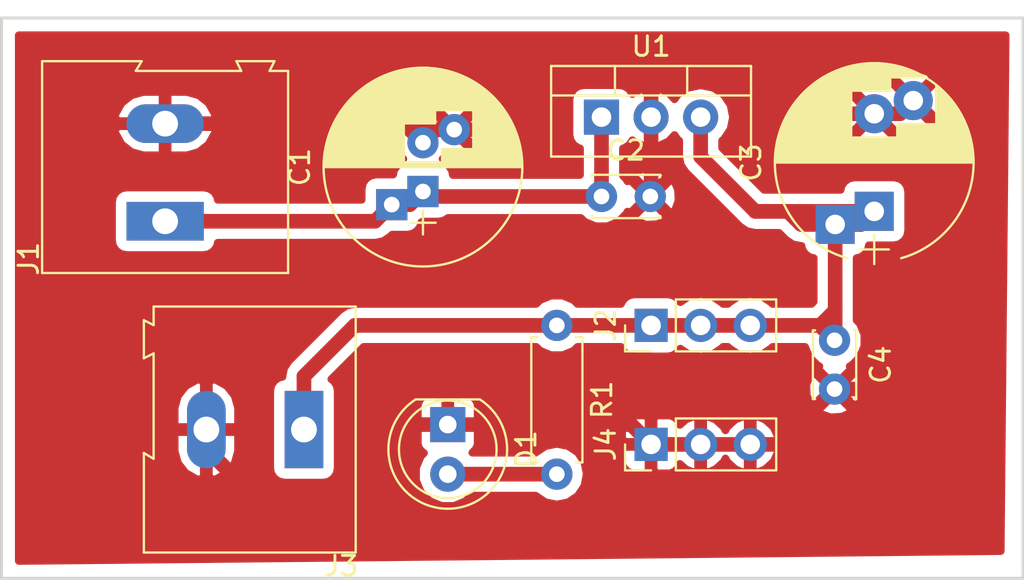
<source format=kicad_pcb>
(kicad_pcb (version 4) (host pcbnew 4.0.7)

  (general
    (links 25)
    (no_connects 25)
    (area 81.204999 100.762999 133.679001 129.615001)
    (thickness 1.6)
    (drawings 4)
    (tracks 63)
    (zones 0)
    (modules 11)
    (nets 5)
  )

  (page A4)
  (layers
    (0 F.Cu signal)
    (31 B.Cu signal)
    (32 B.Adhes user)
    (33 F.Adhes user)
    (34 B.Paste user)
    (35 F.Paste user)
    (36 B.SilkS user)
    (37 F.SilkS user)
    (38 B.Mask user)
    (39 F.Mask user)
    (40 Dwgs.User user)
    (41 Cmts.User user)
    (42 Eco1.User user)
    (43 Eco2.User user)
    (44 Edge.Cuts user)
    (45 Margin user)
    (46 B.CrtYd user)
    (47 F.CrtYd user)
    (48 B.Fab user)
    (49 F.Fab user)
  )

  (setup
    (last_trace_width 0.75)
    (trace_clearance 0.5)
    (zone_clearance 0.6)
    (zone_45_only no)
    (trace_min 0.2)
    (segment_width 0.2)
    (edge_width 0.15)
    (via_size 0.6)
    (via_drill 0.4)
    (via_min_size 0.4)
    (via_min_drill 0.3)
    (uvia_size 0.3)
    (uvia_drill 0.1)
    (uvias_allowed no)
    (uvia_min_size 0.2)
    (uvia_min_drill 0.1)
    (pcb_text_width 0.3)
    (pcb_text_size 1.5 1.5)
    (mod_edge_width 0.15)
    (mod_text_size 1 1)
    (mod_text_width 0.15)
    (pad_size 1.524 1.524)
    (pad_drill 0.762)
    (pad_to_mask_clearance 0.2)
    (aux_axis_origin 0 0)
    (visible_elements 7FFFFFFF)
    (pcbplotparams
      (layerselection 0x00030_80000001)
      (usegerberextensions false)
      (excludeedgelayer true)
      (linewidth 0.100000)
      (plotframeref false)
      (viasonmask false)
      (mode 1)
      (useauxorigin false)
      (hpglpennumber 1)
      (hpglpenspeed 20)
      (hpglpendiameter 15)
      (hpglpenoverlay 2)
      (psnegative false)
      (psa4output false)
      (plotreference true)
      (plotvalue true)
      (plotinvisibletext false)
      (padsonsilk false)
      (subtractmaskfromsilk false)
      (outputformat 1)
      (mirror false)
      (drillshape 1)
      (scaleselection 1)
      (outputdirectory ""))
  )

  (net 0 "")
  (net 1 VCC)
  (net 2 GND)
  (net 3 +5V)
  (net 4 "Net-(D1-Pad2)")

  (net_class Default "This is the default net class."
    (clearance 0.5)
    (trace_width 0.75)
    (via_dia 0.6)
    (via_drill 0.4)
    (uvia_dia 0.3)
    (uvia_drill 0.1)
    (add_net +5V)
    (add_net GND)
    (add_net "Net-(D1-Pad2)")
    (add_net VCC)
  )

  (module Capacitors_THT:CP_Radial_D10.0mm_P2.50mm_P5.00mm (layer F.Cu) (tedit 597BC7C2) (tstamp 5AC3454F)
    (at 102.87 109.728 90)
    (descr "CP, Radial series, Radial, pin pitch=2.50mm 5.00mm, , diameter=10mm, Electrolytic Capacitor")
    (tags "CP Radial series Radial pin pitch 2.50mm 5.00mm  diameter 10mm Electrolytic Capacitor")
    (path /5AC342C0)
    (fp_text reference C1 (at 1.25 -6.31 90) (layer F.SilkS)
      (effects (font (size 1 1) (thickness 0.15)))
    )
    (fp_text value 1000uF (at 1.25 6.31 90) (layer F.Fab)
      (effects (font (size 1 1) (thickness 0.15)))
    )
    (fp_circle (center 1.25 0) (end 6.25 0) (layer F.Fab) (width 0.1))
    (fp_circle (center 1.25 0) (end 6.34 0) (layer F.SilkS) (width 0.12))
    (fp_line (start -2.2 0) (end -1 0) (layer F.Fab) (width 0.1))
    (fp_line (start -1.6 -0.65) (end -1.6 0.65) (layer F.Fab) (width 0.1))
    (fp_line (start 1.25 -5.05) (end 1.25 5.05) (layer F.SilkS) (width 0.12))
    (fp_line (start 1.29 -5.05) (end 1.29 5.05) (layer F.SilkS) (width 0.12))
    (fp_line (start 1.33 -5.05) (end 1.33 5.05) (layer F.SilkS) (width 0.12))
    (fp_line (start 1.37 -5.049) (end 1.37 5.049) (layer F.SilkS) (width 0.12))
    (fp_line (start 1.41 -5.048) (end 1.41 5.048) (layer F.SilkS) (width 0.12))
    (fp_line (start 1.45 -5.047) (end 1.45 5.047) (layer F.SilkS) (width 0.12))
    (fp_line (start 1.49 -5.045) (end 1.49 5.045) (layer F.SilkS) (width 0.12))
    (fp_line (start 1.53 -5.043) (end 1.53 -0.98) (layer F.SilkS) (width 0.12))
    (fp_line (start 1.53 0.98) (end 1.53 5.043) (layer F.SilkS) (width 0.12))
    (fp_line (start 1.57 -5.04) (end 1.57 -0.98) (layer F.SilkS) (width 0.12))
    (fp_line (start 1.57 0.98) (end 1.57 5.04) (layer F.SilkS) (width 0.12))
    (fp_line (start 1.61 -5.038) (end 1.61 -0.98) (layer F.SilkS) (width 0.12))
    (fp_line (start 1.61 0.98) (end 1.61 5.038) (layer F.SilkS) (width 0.12))
    (fp_line (start 1.65 -5.035) (end 1.65 -0.98) (layer F.SilkS) (width 0.12))
    (fp_line (start 1.65 0.98) (end 1.65 5.035) (layer F.SilkS) (width 0.12))
    (fp_line (start 1.69 -5.031) (end 1.69 -0.98) (layer F.SilkS) (width 0.12))
    (fp_line (start 1.69 0.98) (end 1.69 5.031) (layer F.SilkS) (width 0.12))
    (fp_line (start 1.73 -5.028) (end 1.73 -0.98) (layer F.SilkS) (width 0.12))
    (fp_line (start 1.73 0.98) (end 1.73 5.028) (layer F.SilkS) (width 0.12))
    (fp_line (start 1.77 -5.024) (end 1.77 -0.98) (layer F.SilkS) (width 0.12))
    (fp_line (start 1.77 0.98) (end 1.77 5.024) (layer F.SilkS) (width 0.12))
    (fp_line (start 1.81 -5.02) (end 1.81 -0.98) (layer F.SilkS) (width 0.12))
    (fp_line (start 1.81 0.98) (end 1.81 5.02) (layer F.SilkS) (width 0.12))
    (fp_line (start 1.85 -5.015) (end 1.85 -0.98) (layer F.SilkS) (width 0.12))
    (fp_line (start 1.85 0.98) (end 1.85 5.015) (layer F.SilkS) (width 0.12))
    (fp_line (start 1.89 -5.01) (end 1.89 -0.98) (layer F.SilkS) (width 0.12))
    (fp_line (start 1.89 0.98) (end 1.89 5.01) (layer F.SilkS) (width 0.12))
    (fp_line (start 1.93 -5.005) (end 1.93 -0.98) (layer F.SilkS) (width 0.12))
    (fp_line (start 1.93 0.98) (end 1.93 5.005) (layer F.SilkS) (width 0.12))
    (fp_line (start 1.971 -4.999) (end 1.971 -0.98) (layer F.SilkS) (width 0.12))
    (fp_line (start 1.971 0.98) (end 1.971 4.999) (layer F.SilkS) (width 0.12))
    (fp_line (start 2.011 -4.993) (end 2.011 -0.98) (layer F.SilkS) (width 0.12))
    (fp_line (start 2.011 0.98) (end 2.011 4.993) (layer F.SilkS) (width 0.12))
    (fp_line (start 2.051 -4.987) (end 2.051 -0.98) (layer F.SilkS) (width 0.12))
    (fp_line (start 2.051 0.98) (end 2.051 4.987) (layer F.SilkS) (width 0.12))
    (fp_line (start 2.091 -4.981) (end 2.091 -0.98) (layer F.SilkS) (width 0.12))
    (fp_line (start 2.091 0.98) (end 2.091 4.981) (layer F.SilkS) (width 0.12))
    (fp_line (start 2.131 -4.974) (end 2.131 -0.98) (layer F.SilkS) (width 0.12))
    (fp_line (start 2.131 0.98) (end 2.131 4.974) (layer F.SilkS) (width 0.12))
    (fp_line (start 2.171 -4.967) (end 2.171 -0.98) (layer F.SilkS) (width 0.12))
    (fp_line (start 2.171 0.98) (end 2.171 4.967) (layer F.SilkS) (width 0.12))
    (fp_line (start 2.211 -4.959) (end 2.211 -0.98) (layer F.SilkS) (width 0.12))
    (fp_line (start 2.211 2.58) (end 2.211 4.959) (layer F.SilkS) (width 0.12))
    (fp_line (start 2.251 -4.951) (end 2.251 -0.98) (layer F.SilkS) (width 0.12))
    (fp_line (start 2.251 2.58) (end 2.251 4.951) (layer F.SilkS) (width 0.12))
    (fp_line (start 2.291 -4.943) (end 2.291 -0.98) (layer F.SilkS) (width 0.12))
    (fp_line (start 2.291 2.58) (end 2.291 4.943) (layer F.SilkS) (width 0.12))
    (fp_line (start 2.331 -4.935) (end 2.331 -0.98) (layer F.SilkS) (width 0.12))
    (fp_line (start 2.331 2.58) (end 2.331 4.935) (layer F.SilkS) (width 0.12))
    (fp_line (start 2.371 -4.926) (end 2.371 -0.98) (layer F.SilkS) (width 0.12))
    (fp_line (start 2.371 2.58) (end 2.371 4.926) (layer F.SilkS) (width 0.12))
    (fp_line (start 2.411 -4.917) (end 2.411 -0.98) (layer F.SilkS) (width 0.12))
    (fp_line (start 2.411 2.58) (end 2.411 4.917) (layer F.SilkS) (width 0.12))
    (fp_line (start 2.451 -4.907) (end 2.451 -0.98) (layer F.SilkS) (width 0.12))
    (fp_line (start 2.451 2.58) (end 2.451 4.907) (layer F.SilkS) (width 0.12))
    (fp_line (start 2.491 -4.897) (end 2.491 -0.98) (layer F.SilkS) (width 0.12))
    (fp_line (start 2.491 2.58) (end 2.491 4.897) (layer F.SilkS) (width 0.12))
    (fp_line (start 2.531 -4.887) (end 2.531 -0.98) (layer F.SilkS) (width 0.12))
    (fp_line (start 2.531 2.58) (end 2.531 4.887) (layer F.SilkS) (width 0.12))
    (fp_line (start 2.571 -4.876) (end 2.571 -0.98) (layer F.SilkS) (width 0.12))
    (fp_line (start 2.571 2.58) (end 2.571 4.876) (layer F.SilkS) (width 0.12))
    (fp_line (start 2.611 -4.865) (end 2.611 -0.98) (layer F.SilkS) (width 0.12))
    (fp_line (start 2.611 2.58) (end 2.611 4.865) (layer F.SilkS) (width 0.12))
    (fp_line (start 2.651 -4.854) (end 2.651 -0.98) (layer F.SilkS) (width 0.12))
    (fp_line (start 2.651 2.58) (end 2.651 4.854) (layer F.SilkS) (width 0.12))
    (fp_line (start 2.691 -4.843) (end 2.691 -0.98) (layer F.SilkS) (width 0.12))
    (fp_line (start 2.691 2.58) (end 2.691 4.843) (layer F.SilkS) (width 0.12))
    (fp_line (start 2.731 -4.831) (end 2.731 -0.98) (layer F.SilkS) (width 0.12))
    (fp_line (start 2.731 2.58) (end 2.731 4.831) (layer F.SilkS) (width 0.12))
    (fp_line (start 2.771 -4.818) (end 2.771 -0.98) (layer F.SilkS) (width 0.12))
    (fp_line (start 2.771 2.58) (end 2.771 4.818) (layer F.SilkS) (width 0.12))
    (fp_line (start 2.811 -4.806) (end 2.811 -0.98) (layer F.SilkS) (width 0.12))
    (fp_line (start 2.811 2.58) (end 2.811 4.806) (layer F.SilkS) (width 0.12))
    (fp_line (start 2.851 -4.792) (end 2.851 -0.98) (layer F.SilkS) (width 0.12))
    (fp_line (start 2.851 2.58) (end 2.851 4.792) (layer F.SilkS) (width 0.12))
    (fp_line (start 2.891 -4.779) (end 2.891 -0.98) (layer F.SilkS) (width 0.12))
    (fp_line (start 2.891 2.58) (end 2.891 4.779) (layer F.SilkS) (width 0.12))
    (fp_line (start 2.931 -4.765) (end 2.931 -0.98) (layer F.SilkS) (width 0.12))
    (fp_line (start 2.931 2.58) (end 2.931 4.765) (layer F.SilkS) (width 0.12))
    (fp_line (start 2.971 -4.751) (end 2.971 -0.98) (layer F.SilkS) (width 0.12))
    (fp_line (start 2.971 2.58) (end 2.971 4.751) (layer F.SilkS) (width 0.12))
    (fp_line (start 3.011 -4.737) (end 3.011 -0.98) (layer F.SilkS) (width 0.12))
    (fp_line (start 3.011 2.58) (end 3.011 4.737) (layer F.SilkS) (width 0.12))
    (fp_line (start 3.051 -4.722) (end 3.051 -0.98) (layer F.SilkS) (width 0.12))
    (fp_line (start 3.051 2.58) (end 3.051 4.722) (layer F.SilkS) (width 0.12))
    (fp_line (start 3.091 -4.706) (end 3.091 -0.98) (layer F.SilkS) (width 0.12))
    (fp_line (start 3.091 2.58) (end 3.091 4.706) (layer F.SilkS) (width 0.12))
    (fp_line (start 3.131 -4.691) (end 3.131 -0.98) (layer F.SilkS) (width 0.12))
    (fp_line (start 3.131 2.58) (end 3.131 4.691) (layer F.SilkS) (width 0.12))
    (fp_line (start 3.171 -4.674) (end 3.171 -0.98) (layer F.SilkS) (width 0.12))
    (fp_line (start 3.171 2.58) (end 3.171 4.674) (layer F.SilkS) (width 0.12))
    (fp_line (start 3.211 -4.658) (end 3.211 -0.98) (layer F.SilkS) (width 0.12))
    (fp_line (start 3.211 2.58) (end 3.211 4.658) (layer F.SilkS) (width 0.12))
    (fp_line (start 3.251 -4.641) (end 3.251 -0.98) (layer F.SilkS) (width 0.12))
    (fp_line (start 3.251 2.58) (end 3.251 4.641) (layer F.SilkS) (width 0.12))
    (fp_line (start 3.291 -4.624) (end 3.291 -0.98) (layer F.SilkS) (width 0.12))
    (fp_line (start 3.291 2.58) (end 3.291 4.624) (layer F.SilkS) (width 0.12))
    (fp_line (start 3.331 -4.606) (end 3.331 -0.98) (layer F.SilkS) (width 0.12))
    (fp_line (start 3.331 2.58) (end 3.331 4.606) (layer F.SilkS) (width 0.12))
    (fp_line (start 3.371 -4.588) (end 3.371 -0.98) (layer F.SilkS) (width 0.12))
    (fp_line (start 3.371 2.58) (end 3.371 4.588) (layer F.SilkS) (width 0.12))
    (fp_line (start 3.411 -4.569) (end 3.411 -0.98) (layer F.SilkS) (width 0.12))
    (fp_line (start 3.411 2.58) (end 3.411 4.569) (layer F.SilkS) (width 0.12))
    (fp_line (start 3.451 -4.55) (end 3.451 -0.98) (layer F.SilkS) (width 0.12))
    (fp_line (start 3.451 2.58) (end 3.451 4.55) (layer F.SilkS) (width 0.12))
    (fp_line (start 3.491 -4.531) (end 3.491 0.621) (layer F.SilkS) (width 0.12))
    (fp_line (start 3.491 2.58) (end 3.491 4.531) (layer F.SilkS) (width 0.12))
    (fp_line (start 3.531 -4.511) (end 3.531 0.621) (layer F.SilkS) (width 0.12))
    (fp_line (start 3.531 2.58) (end 3.531 4.511) (layer F.SilkS) (width 0.12))
    (fp_line (start 3.571 -4.491) (end 3.571 0.621) (layer F.SilkS) (width 0.12))
    (fp_line (start 3.571 2.58) (end 3.571 4.491) (layer F.SilkS) (width 0.12))
    (fp_line (start 3.611 -4.47) (end 3.611 0.621) (layer F.SilkS) (width 0.12))
    (fp_line (start 3.611 2.58) (end 3.611 4.47) (layer F.SilkS) (width 0.12))
    (fp_line (start 3.651 -4.449) (end 3.651 0.621) (layer F.SilkS) (width 0.12))
    (fp_line (start 3.651 2.58) (end 3.651 4.449) (layer F.SilkS) (width 0.12))
    (fp_line (start 3.691 -4.428) (end 3.691 0.621) (layer F.SilkS) (width 0.12))
    (fp_line (start 3.691 2.58) (end 3.691 4.428) (layer F.SilkS) (width 0.12))
    (fp_line (start 3.731 -4.405) (end 3.731 0.621) (layer F.SilkS) (width 0.12))
    (fp_line (start 3.731 2.58) (end 3.731 4.405) (layer F.SilkS) (width 0.12))
    (fp_line (start 3.771 -4.383) (end 3.771 0.621) (layer F.SilkS) (width 0.12))
    (fp_line (start 3.771 2.58) (end 3.771 4.383) (layer F.SilkS) (width 0.12))
    (fp_line (start 3.811 -4.36) (end 3.811 0.621) (layer F.SilkS) (width 0.12))
    (fp_line (start 3.811 2.58) (end 3.811 4.36) (layer F.SilkS) (width 0.12))
    (fp_line (start 3.851 -4.336) (end 3.851 0.621) (layer F.SilkS) (width 0.12))
    (fp_line (start 3.851 2.58) (end 3.851 4.336) (layer F.SilkS) (width 0.12))
    (fp_line (start 3.891 -4.312) (end 3.891 0.621) (layer F.SilkS) (width 0.12))
    (fp_line (start 3.891 2.58) (end 3.891 4.312) (layer F.SilkS) (width 0.12))
    (fp_line (start 3.931 -4.288) (end 3.931 0.621) (layer F.SilkS) (width 0.12))
    (fp_line (start 3.931 2.58) (end 3.931 4.288) (layer F.SilkS) (width 0.12))
    (fp_line (start 3.971 -4.263) (end 3.971 0.621) (layer F.SilkS) (width 0.12))
    (fp_line (start 3.971 2.58) (end 3.971 4.263) (layer F.SilkS) (width 0.12))
    (fp_line (start 4.011 -4.237) (end 4.011 0.621) (layer F.SilkS) (width 0.12))
    (fp_line (start 4.011 2.58) (end 4.011 4.237) (layer F.SilkS) (width 0.12))
    (fp_line (start 4.051 -4.211) (end 4.051 0.621) (layer F.SilkS) (width 0.12))
    (fp_line (start 4.051 2.58) (end 4.051 4.211) (layer F.SilkS) (width 0.12))
    (fp_line (start 4.091 -4.185) (end 4.091 0.621) (layer F.SilkS) (width 0.12))
    (fp_line (start 4.091 2.58) (end 4.091 4.185) (layer F.SilkS) (width 0.12))
    (fp_line (start 4.131 -4.157) (end 4.131 0.621) (layer F.SilkS) (width 0.12))
    (fp_line (start 4.131 2.58) (end 4.131 4.157) (layer F.SilkS) (width 0.12))
    (fp_line (start 4.171 -4.13) (end 4.171 4.13) (layer F.SilkS) (width 0.12))
    (fp_line (start 4.211 -4.101) (end 4.211 4.101) (layer F.SilkS) (width 0.12))
    (fp_line (start 4.251 -4.072) (end 4.251 4.072) (layer F.SilkS) (width 0.12))
    (fp_line (start 4.291 -4.043) (end 4.291 4.043) (layer F.SilkS) (width 0.12))
    (fp_line (start 4.331 -4.013) (end 4.331 4.013) (layer F.SilkS) (width 0.12))
    (fp_line (start 4.371 -3.982) (end 4.371 3.982) (layer F.SilkS) (width 0.12))
    (fp_line (start 4.411 -3.951) (end 4.411 3.951) (layer F.SilkS) (width 0.12))
    (fp_line (start 4.451 -3.919) (end 4.451 3.919) (layer F.SilkS) (width 0.12))
    (fp_line (start 4.491 -3.886) (end 4.491 3.886) (layer F.SilkS) (width 0.12))
    (fp_line (start 4.531 -3.853) (end 4.531 3.853) (layer F.SilkS) (width 0.12))
    (fp_line (start 4.571 -3.819) (end 4.571 3.819) (layer F.SilkS) (width 0.12))
    (fp_line (start 4.611 -3.784) (end 4.611 3.784) (layer F.SilkS) (width 0.12))
    (fp_line (start 4.651 -3.748) (end 4.651 3.748) (layer F.SilkS) (width 0.12))
    (fp_line (start 4.691 -3.712) (end 4.691 3.712) (layer F.SilkS) (width 0.12))
    (fp_line (start 4.731 -3.675) (end 4.731 3.675) (layer F.SilkS) (width 0.12))
    (fp_line (start 4.771 -3.637) (end 4.771 3.637) (layer F.SilkS) (width 0.12))
    (fp_line (start 4.811 -3.598) (end 4.811 3.598) (layer F.SilkS) (width 0.12))
    (fp_line (start 4.851 -3.559) (end 4.851 3.559) (layer F.SilkS) (width 0.12))
    (fp_line (start 4.891 -3.518) (end 4.891 3.518) (layer F.SilkS) (width 0.12))
    (fp_line (start 4.931 -3.477) (end 4.931 3.477) (layer F.SilkS) (width 0.12))
    (fp_line (start 4.971 -3.435) (end 4.971 3.435) (layer F.SilkS) (width 0.12))
    (fp_line (start 5.011 -3.391) (end 5.011 3.391) (layer F.SilkS) (width 0.12))
    (fp_line (start 5.051 -3.347) (end 5.051 3.347) (layer F.SilkS) (width 0.12))
    (fp_line (start 5.091 -3.302) (end 5.091 3.302) (layer F.SilkS) (width 0.12))
    (fp_line (start 5.131 -3.255) (end 5.131 3.255) (layer F.SilkS) (width 0.12))
    (fp_line (start 5.171 -3.207) (end 5.171 3.207) (layer F.SilkS) (width 0.12))
    (fp_line (start 5.211 -3.158) (end 5.211 3.158) (layer F.SilkS) (width 0.12))
    (fp_line (start 5.251 -3.108) (end 5.251 3.108) (layer F.SilkS) (width 0.12))
    (fp_line (start 5.291 -3.057) (end 5.291 3.057) (layer F.SilkS) (width 0.12))
    (fp_line (start 5.331 -3.004) (end 5.331 3.004) (layer F.SilkS) (width 0.12))
    (fp_line (start 5.371 -2.949) (end 5.371 2.949) (layer F.SilkS) (width 0.12))
    (fp_line (start 5.411 -2.894) (end 5.411 2.894) (layer F.SilkS) (width 0.12))
    (fp_line (start 5.451 -2.836) (end 5.451 2.836) (layer F.SilkS) (width 0.12))
    (fp_line (start 5.491 -2.777) (end 5.491 2.777) (layer F.SilkS) (width 0.12))
    (fp_line (start 5.531 -2.715) (end 5.531 2.715) (layer F.SilkS) (width 0.12))
    (fp_line (start 5.571 -2.652) (end 5.571 2.652) (layer F.SilkS) (width 0.12))
    (fp_line (start 5.611 -2.587) (end 5.611 2.587) (layer F.SilkS) (width 0.12))
    (fp_line (start 5.651 -2.519) (end 5.651 2.519) (layer F.SilkS) (width 0.12))
    (fp_line (start 5.691 -2.449) (end 5.691 2.449) (layer F.SilkS) (width 0.12))
    (fp_line (start 5.731 -2.377) (end 5.731 2.377) (layer F.SilkS) (width 0.12))
    (fp_line (start 5.771 -2.301) (end 5.771 2.301) (layer F.SilkS) (width 0.12))
    (fp_line (start 5.811 -2.222) (end 5.811 2.222) (layer F.SilkS) (width 0.12))
    (fp_line (start 5.851 -2.14) (end 5.851 2.14) (layer F.SilkS) (width 0.12))
    (fp_line (start 5.891 -2.053) (end 5.891 2.053) (layer F.SilkS) (width 0.12))
    (fp_line (start 5.931 -1.962) (end 5.931 1.962) (layer F.SilkS) (width 0.12))
    (fp_line (start 5.971 -1.866) (end 5.971 1.866) (layer F.SilkS) (width 0.12))
    (fp_line (start 6.011 -1.763) (end 6.011 1.763) (layer F.SilkS) (width 0.12))
    (fp_line (start 6.051 -1.654) (end 6.051 1.654) (layer F.SilkS) (width 0.12))
    (fp_line (start 6.091 -1.536) (end 6.091 1.536) (layer F.SilkS) (width 0.12))
    (fp_line (start 6.131 -1.407) (end 6.131 1.407) (layer F.SilkS) (width 0.12))
    (fp_line (start 6.171 -1.265) (end 6.171 1.265) (layer F.SilkS) (width 0.12))
    (fp_line (start 6.211 -1.104) (end 6.211 1.104) (layer F.SilkS) (width 0.12))
    (fp_line (start 6.251 -0.913) (end 6.251 0.913) (layer F.SilkS) (width 0.12))
    (fp_line (start 6.291 -0.672) (end 6.291 0.672) (layer F.SilkS) (width 0.12))
    (fp_line (start 6.331 -0.279) (end 6.331 0.279) (layer F.SilkS) (width 0.12))
    (fp_line (start -2.2 0) (end -1 0) (layer F.SilkS) (width 0.12))
    (fp_line (start -1.6 -0.65) (end -1.6 0.65) (layer F.SilkS) (width 0.12))
    (fp_line (start -4.1 -5.35) (end -4.1 5.35) (layer F.CrtYd) (width 0.05))
    (fp_line (start -4.1 5.35) (end 6.6 5.35) (layer F.CrtYd) (width 0.05))
    (fp_line (start 6.6 5.35) (end 6.6 -5.35) (layer F.CrtYd) (width 0.05))
    (fp_line (start 6.6 -5.35) (end -4.1 -5.35) (layer F.CrtYd) (width 0.05))
    (fp_text user %R (at 1.25 0 90) (layer F.Fab)
      (effects (font (size 1 1) (thickness 0.15)))
    )
    (pad 1 thru_hole rect (at 0 0 90) (size 1.6 1.6) (drill 0.8) (layers *.Cu *.Mask)
      (net 1 VCC))
    (pad 2 thru_hole circle (at 2.5 0 90) (size 1.6 1.6) (drill 0.8) (layers *.Cu *.Mask)
      (net 2 GND))
    (pad 1 thru_hole rect (at -0.670937 -1.6 90) (size 1.6 1.6) (drill 0.8) (layers *.Cu *.Mask)
      (net 1 VCC))
    (pad 2 thru_hole circle (at 3.170937 1.6 90) (size 1.6 1.6) (drill 0.8) (layers *.Cu *.Mask)
      (net 2 GND))
    (model ${KISYS3DMOD}/Capacitors_THT.3dshapes/CP_Radial_D10.0mm_P2.50mm_P5.00mm.wrl
      (at (xyz 0 0 0))
      (scale (xyz 1 1 1))
      (rotate (xyz 0 0 0))
    )
  )

  (module Capacitors_THT:C_Disc_D3.4mm_W2.1mm_P2.50mm (layer F.Cu) (tedit 597BC7C2) (tstamp 5AC34555)
    (at 112.014 109.982)
    (descr "C, Disc series, Radial, pin pitch=2.50mm, , diameter*width=3.4*2.1mm^2, Capacitor, http://www.vishay.com/docs/45233/krseries.pdf")
    (tags "C Disc series Radial pin pitch 2.50mm  diameter 3.4mm width 2.1mm Capacitor")
    (path /5AC342EB)
    (fp_text reference C2 (at 1.25 -2.36) (layer F.SilkS)
      (effects (font (size 1 1) (thickness 0.15)))
    )
    (fp_text value .1uF (at 1.25 2.36) (layer F.Fab)
      (effects (font (size 1 1) (thickness 0.15)))
    )
    (fp_line (start -0.45 -1.05) (end -0.45 1.05) (layer F.Fab) (width 0.1))
    (fp_line (start -0.45 1.05) (end 2.95 1.05) (layer F.Fab) (width 0.1))
    (fp_line (start 2.95 1.05) (end 2.95 -1.05) (layer F.Fab) (width 0.1))
    (fp_line (start 2.95 -1.05) (end -0.45 -1.05) (layer F.Fab) (width 0.1))
    (fp_line (start -0.51 -1.11) (end 3.01 -1.11) (layer F.SilkS) (width 0.12))
    (fp_line (start -0.51 1.11) (end 3.01 1.11) (layer F.SilkS) (width 0.12))
    (fp_line (start -0.51 -1.11) (end -0.51 -0.996) (layer F.SilkS) (width 0.12))
    (fp_line (start -0.51 0.996) (end -0.51 1.11) (layer F.SilkS) (width 0.12))
    (fp_line (start 3.01 -1.11) (end 3.01 -0.996) (layer F.SilkS) (width 0.12))
    (fp_line (start 3.01 0.996) (end 3.01 1.11) (layer F.SilkS) (width 0.12))
    (fp_line (start -1.05 -1.4) (end -1.05 1.4) (layer F.CrtYd) (width 0.05))
    (fp_line (start -1.05 1.4) (end 3.55 1.4) (layer F.CrtYd) (width 0.05))
    (fp_line (start 3.55 1.4) (end 3.55 -1.4) (layer F.CrtYd) (width 0.05))
    (fp_line (start 3.55 -1.4) (end -1.05 -1.4) (layer F.CrtYd) (width 0.05))
    (fp_text user %R (at 1.25 0) (layer F.Fab)
      (effects (font (size 1 1) (thickness 0.15)))
    )
    (pad 1 thru_hole circle (at 0 0) (size 1.6 1.6) (drill 0.8) (layers *.Cu *.Mask)
      (net 1 VCC))
    (pad 2 thru_hole circle (at 2.5 0) (size 1.6 1.6) (drill 0.8) (layers *.Cu *.Mask)
      (net 2 GND))
    (model ${KISYS3DMOD}/Capacitors_THT.3dshapes/C_Disc_D3.4mm_W2.1mm_P2.50mm.wrl
      (at (xyz 0 0 0))
      (scale (xyz 1 1 1))
      (rotate (xyz 0 0 0))
    )
  )

  (module Capacitors_THT:CP_Radial_D10.0mm_P5.00mm_P7.50mm (layer F.Cu) (tedit 597BC7C2) (tstamp 5AC3455D)
    (at 125.984 110.744 90)
    (descr "CP, Radial series, Radial, pin pitch=5.00mm 7.50mm, , diameter=10mm, Electrolytic Capacitor")
    (tags "CP Radial series Radial pin pitch 5.00mm 7.50mm  diameter 10mm Electrolytic Capacitor")
    (path /5AC3433E)
    (fp_text reference C3 (at 2.5 -6.31 90) (layer F.SilkS)
      (effects (font (size 1 1) (thickness 0.15)))
    )
    (fp_text value 100uF (at 2.5 6.31 90) (layer F.Fab)
      (effects (font (size 1 1) (thickness 0.15)))
    )
    (fp_arc (start 2.5 0) (end -2.399357 -1.38) (angle 148.5) (layer F.SilkS) (width 0.12))
    (fp_arc (start 2.5 0) (end -2.399357 1.38) (angle -148.5) (layer F.SilkS) (width 0.12))
    (fp_arc (start 2.5 0) (end 7.399357 -1.38) (angle 31.5) (layer F.SilkS) (width 0.12))
    (fp_circle (center 2.5 0) (end 7.5 0) (layer F.Fab) (width 0.1))
    (fp_line (start -2.7 0) (end -1.2 0) (layer F.Fab) (width 0.1))
    (fp_line (start -1.95 -0.75) (end -1.95 0.75) (layer F.Fab) (width 0.1))
    (fp_line (start 2.5 -5.05) (end 2.5 5.05) (layer F.SilkS) (width 0.12))
    (fp_line (start 2.54 -5.05) (end 2.54 5.05) (layer F.SilkS) (width 0.12))
    (fp_line (start 2.58 -5.05) (end 2.58 5.05) (layer F.SilkS) (width 0.12))
    (fp_line (start 2.62 -5.049) (end 2.62 5.049) (layer F.SilkS) (width 0.12))
    (fp_line (start 2.66 -5.048) (end 2.66 5.048) (layer F.SilkS) (width 0.12))
    (fp_line (start 2.7 -5.047) (end 2.7 5.047) (layer F.SilkS) (width 0.12))
    (fp_line (start 2.74 -5.045) (end 2.74 5.045) (layer F.SilkS) (width 0.12))
    (fp_line (start 2.78 -5.043) (end 2.78 5.043) (layer F.SilkS) (width 0.12))
    (fp_line (start 2.82 -5.04) (end 2.82 5.04) (layer F.SilkS) (width 0.12))
    (fp_line (start 2.86 -5.038) (end 2.86 5.038) (layer F.SilkS) (width 0.12))
    (fp_line (start 2.9 -5.035) (end 2.9 5.035) (layer F.SilkS) (width 0.12))
    (fp_line (start 2.94 -5.031) (end 2.94 5.031) (layer F.SilkS) (width 0.12))
    (fp_line (start 2.98 -5.028) (end 2.98 5.028) (layer F.SilkS) (width 0.12))
    (fp_line (start 3.02 -5.024) (end 3.02 5.024) (layer F.SilkS) (width 0.12))
    (fp_line (start 3.06 -5.02) (end 3.06 5.02) (layer F.SilkS) (width 0.12))
    (fp_line (start 3.1 -5.015) (end 3.1 5.015) (layer F.SilkS) (width 0.12))
    (fp_line (start 3.14 -5.01) (end 3.14 5.01) (layer F.SilkS) (width 0.12))
    (fp_line (start 3.18 -5.005) (end 3.18 5.005) (layer F.SilkS) (width 0.12))
    (fp_line (start 3.221 -4.999) (end 3.221 4.999) (layer F.SilkS) (width 0.12))
    (fp_line (start 3.261 -4.993) (end 3.261 4.993) (layer F.SilkS) (width 0.12))
    (fp_line (start 3.301 -4.987) (end 3.301 4.987) (layer F.SilkS) (width 0.12))
    (fp_line (start 3.341 -4.981) (end 3.341 4.981) (layer F.SilkS) (width 0.12))
    (fp_line (start 3.381 -4.974) (end 3.381 4.974) (layer F.SilkS) (width 0.12))
    (fp_line (start 3.421 -4.967) (end 3.421 4.967) (layer F.SilkS) (width 0.12))
    (fp_line (start 3.461 -4.959) (end 3.461 4.959) (layer F.SilkS) (width 0.12))
    (fp_line (start 3.501 -4.951) (end 3.501 4.951) (layer F.SilkS) (width 0.12))
    (fp_line (start 3.541 -4.943) (end 3.541 4.943) (layer F.SilkS) (width 0.12))
    (fp_line (start 3.581 -4.935) (end 3.581 4.935) (layer F.SilkS) (width 0.12))
    (fp_line (start 3.621 -4.926) (end 3.621 4.926) (layer F.SilkS) (width 0.12))
    (fp_line (start 3.661 -4.917) (end 3.661 4.917) (layer F.SilkS) (width 0.12))
    (fp_line (start 3.701 -4.907) (end 3.701 4.907) (layer F.SilkS) (width 0.12))
    (fp_line (start 3.741 -4.897) (end 3.741 4.897) (layer F.SilkS) (width 0.12))
    (fp_line (start 3.781 -4.887) (end 3.781 4.887) (layer F.SilkS) (width 0.12))
    (fp_line (start 3.821 -4.876) (end 3.821 -1.181) (layer F.SilkS) (width 0.12))
    (fp_line (start 3.821 1.181) (end 3.821 4.876) (layer F.SilkS) (width 0.12))
    (fp_line (start 3.861 -4.865) (end 3.861 -1.181) (layer F.SilkS) (width 0.12))
    (fp_line (start 3.861 1.181) (end 3.861 4.865) (layer F.SilkS) (width 0.12))
    (fp_line (start 3.901 -4.854) (end 3.901 -1.181) (layer F.SilkS) (width 0.12))
    (fp_line (start 3.901 1.181) (end 3.901 4.854) (layer F.SilkS) (width 0.12))
    (fp_line (start 3.941 -4.843) (end 3.941 -1.181) (layer F.SilkS) (width 0.12))
    (fp_line (start 3.941 1.181) (end 3.941 4.843) (layer F.SilkS) (width 0.12))
    (fp_line (start 3.981 -4.831) (end 3.981 -1.181) (layer F.SilkS) (width 0.12))
    (fp_line (start 3.981 1.181) (end 3.981 4.831) (layer F.SilkS) (width 0.12))
    (fp_line (start 4.021 -4.818) (end 4.021 -1.181) (layer F.SilkS) (width 0.12))
    (fp_line (start 4.021 1.181) (end 4.021 4.818) (layer F.SilkS) (width 0.12))
    (fp_line (start 4.061 -4.806) (end 4.061 -1.181) (layer F.SilkS) (width 0.12))
    (fp_line (start 4.061 1.181) (end 4.061 4.806) (layer F.SilkS) (width 0.12))
    (fp_line (start 4.101 -4.792) (end 4.101 -1.181) (layer F.SilkS) (width 0.12))
    (fp_line (start 4.101 1.181) (end 4.101 4.792) (layer F.SilkS) (width 0.12))
    (fp_line (start 4.141 -4.779) (end 4.141 -1.181) (layer F.SilkS) (width 0.12))
    (fp_line (start 4.141 1.181) (end 4.141 4.779) (layer F.SilkS) (width 0.12))
    (fp_line (start 4.181 -4.765) (end 4.181 -1.181) (layer F.SilkS) (width 0.12))
    (fp_line (start 4.181 1.181) (end 4.181 4.765) (layer F.SilkS) (width 0.12))
    (fp_line (start 4.221 -4.751) (end 4.221 -1.181) (layer F.SilkS) (width 0.12))
    (fp_line (start 4.221 1.181) (end 4.221 4.751) (layer F.SilkS) (width 0.12))
    (fp_line (start 4.261 -4.737) (end 4.261 -1.181) (layer F.SilkS) (width 0.12))
    (fp_line (start 4.261 1.181) (end 4.261 4.737) (layer F.SilkS) (width 0.12))
    (fp_line (start 4.301 -4.722) (end 4.301 -1.181) (layer F.SilkS) (width 0.12))
    (fp_line (start 4.301 1.181) (end 4.301 4.722) (layer F.SilkS) (width 0.12))
    (fp_line (start 4.341 -4.706) (end 4.341 -1.181) (layer F.SilkS) (width 0.12))
    (fp_line (start 4.341 1.181) (end 4.341 4.706) (layer F.SilkS) (width 0.12))
    (fp_line (start 4.381 -4.691) (end 4.381 -1.181) (layer F.SilkS) (width 0.12))
    (fp_line (start 4.381 1.181) (end 4.381 4.691) (layer F.SilkS) (width 0.12))
    (fp_line (start 4.421 -4.674) (end 4.421 -1.181) (layer F.SilkS) (width 0.12))
    (fp_line (start 4.421 1.181) (end 4.421 4.674) (layer F.SilkS) (width 0.12))
    (fp_line (start 4.461 -4.658) (end 4.461 -1.181) (layer F.SilkS) (width 0.12))
    (fp_line (start 4.461 1.181) (end 4.461 4.658) (layer F.SilkS) (width 0.12))
    (fp_line (start 4.501 -4.641) (end 4.501 -1.181) (layer F.SilkS) (width 0.12))
    (fp_line (start 4.501 3.18) (end 4.501 4.641) (layer F.SilkS) (width 0.12))
    (fp_line (start 4.541 -4.624) (end 4.541 -1.181) (layer F.SilkS) (width 0.12))
    (fp_line (start 4.541 3.18) (end 4.541 4.624) (layer F.SilkS) (width 0.12))
    (fp_line (start 4.581 -4.606) (end 4.581 -1.181) (layer F.SilkS) (width 0.12))
    (fp_line (start 4.581 3.18) (end 4.581 4.606) (layer F.SilkS) (width 0.12))
    (fp_line (start 4.621 -4.588) (end 4.621 -1.181) (layer F.SilkS) (width 0.12))
    (fp_line (start 4.621 3.18) (end 4.621 4.588) (layer F.SilkS) (width 0.12))
    (fp_line (start 4.661 -4.569) (end 4.661 -1.181) (layer F.SilkS) (width 0.12))
    (fp_line (start 4.661 3.18) (end 4.661 4.569) (layer F.SilkS) (width 0.12))
    (fp_line (start 4.701 -4.55) (end 4.701 -1.181) (layer F.SilkS) (width 0.12))
    (fp_line (start 4.701 3.18) (end 4.701 4.55) (layer F.SilkS) (width 0.12))
    (fp_line (start 4.741 -4.531) (end 4.741 -1.181) (layer F.SilkS) (width 0.12))
    (fp_line (start 4.741 3.18) (end 4.741 4.531) (layer F.SilkS) (width 0.12))
    (fp_line (start 4.781 -4.511) (end 4.781 -1.181) (layer F.SilkS) (width 0.12))
    (fp_line (start 4.781 3.18) (end 4.781 4.511) (layer F.SilkS) (width 0.12))
    (fp_line (start 4.821 -4.491) (end 4.821 -1.181) (layer F.SilkS) (width 0.12))
    (fp_line (start 4.821 3.18) (end 4.821 4.491) (layer F.SilkS) (width 0.12))
    (fp_line (start 4.861 -4.47) (end 4.861 -1.181) (layer F.SilkS) (width 0.12))
    (fp_line (start 4.861 3.18) (end 4.861 4.47) (layer F.SilkS) (width 0.12))
    (fp_line (start 4.901 -4.449) (end 4.901 -1.181) (layer F.SilkS) (width 0.12))
    (fp_line (start 4.901 3.18) (end 4.901 4.449) (layer F.SilkS) (width 0.12))
    (fp_line (start 4.941 -4.428) (end 4.941 -1.181) (layer F.SilkS) (width 0.12))
    (fp_line (start 4.941 3.18) (end 4.941 4.428) (layer F.SilkS) (width 0.12))
    (fp_line (start 4.981 -4.405) (end 4.981 -1.181) (layer F.SilkS) (width 0.12))
    (fp_line (start 4.981 3.18) (end 4.981 4.405) (layer F.SilkS) (width 0.12))
    (fp_line (start 5.021 -4.383) (end 5.021 -1.181) (layer F.SilkS) (width 0.12))
    (fp_line (start 5.021 3.18) (end 5.021 4.383) (layer F.SilkS) (width 0.12))
    (fp_line (start 5.061 -4.36) (end 5.061 -1.181) (layer F.SilkS) (width 0.12))
    (fp_line (start 5.061 3.18) (end 5.061 4.36) (layer F.SilkS) (width 0.12))
    (fp_line (start 5.101 -4.336) (end 5.101 -1.181) (layer F.SilkS) (width 0.12))
    (fp_line (start 5.101 3.18) (end 5.101 4.336) (layer F.SilkS) (width 0.12))
    (fp_line (start 5.141 -4.312) (end 5.141 -1.181) (layer F.SilkS) (width 0.12))
    (fp_line (start 5.141 3.18) (end 5.141 4.312) (layer F.SilkS) (width 0.12))
    (fp_line (start 5.181 -4.288) (end 5.181 -1.181) (layer F.SilkS) (width 0.12))
    (fp_line (start 5.181 3.18) (end 5.181 4.288) (layer F.SilkS) (width 0.12))
    (fp_line (start 5.221 -4.263) (end 5.221 -1.181) (layer F.SilkS) (width 0.12))
    (fp_line (start 5.221 3.18) (end 5.221 4.263) (layer F.SilkS) (width 0.12))
    (fp_line (start 5.261 -4.237) (end 5.261 -1.181) (layer F.SilkS) (width 0.12))
    (fp_line (start 5.261 3.18) (end 5.261 4.237) (layer F.SilkS) (width 0.12))
    (fp_line (start 5.301 -4.211) (end 5.301 -1.181) (layer F.SilkS) (width 0.12))
    (fp_line (start 5.301 3.18) (end 5.301 4.211) (layer F.SilkS) (width 0.12))
    (fp_line (start 5.341 -4.185) (end 5.341 -1.181) (layer F.SilkS) (width 0.12))
    (fp_line (start 5.341 3.18) (end 5.341 4.185) (layer F.SilkS) (width 0.12))
    (fp_line (start 5.381 -4.157) (end 5.381 -1.181) (layer F.SilkS) (width 0.12))
    (fp_line (start 5.381 3.18) (end 5.381 4.157) (layer F.SilkS) (width 0.12))
    (fp_line (start 5.421 -4.13) (end 5.421 -1.181) (layer F.SilkS) (width 0.12))
    (fp_line (start 5.421 3.18) (end 5.421 4.13) (layer F.SilkS) (width 0.12))
    (fp_line (start 5.461 -4.101) (end 5.461 -1.181) (layer F.SilkS) (width 0.12))
    (fp_line (start 5.461 3.18) (end 5.461 4.101) (layer F.SilkS) (width 0.12))
    (fp_line (start 5.501 -4.072) (end 5.501 -1.181) (layer F.SilkS) (width 0.12))
    (fp_line (start 5.501 3.18) (end 5.501 4.072) (layer F.SilkS) (width 0.12))
    (fp_line (start 5.541 -4.043) (end 5.541 -1.181) (layer F.SilkS) (width 0.12))
    (fp_line (start 5.541 3.18) (end 5.541 4.043) (layer F.SilkS) (width 0.12))
    (fp_line (start 5.581 -4.013) (end 5.581 -1.181) (layer F.SilkS) (width 0.12))
    (fp_line (start 5.581 3.18) (end 5.581 4.013) (layer F.SilkS) (width 0.12))
    (fp_line (start 5.621 -3.982) (end 5.621 -1.181) (layer F.SilkS) (width 0.12))
    (fp_line (start 5.621 3.18) (end 5.621 3.982) (layer F.SilkS) (width 0.12))
    (fp_line (start 5.661 -3.951) (end 5.661 -1.181) (layer F.SilkS) (width 0.12))
    (fp_line (start 5.661 3.18) (end 5.661 3.951) (layer F.SilkS) (width 0.12))
    (fp_line (start 5.701 -3.919) (end 5.701 -1.181) (layer F.SilkS) (width 0.12))
    (fp_line (start 5.701 3.18) (end 5.701 3.919) (layer F.SilkS) (width 0.12))
    (fp_line (start 5.741 -3.886) (end 5.741 -1.181) (layer F.SilkS) (width 0.12))
    (fp_line (start 5.741 3.18) (end 5.741 3.886) (layer F.SilkS) (width 0.12))
    (fp_line (start 5.781 -3.853) (end 5.781 -1.181) (layer F.SilkS) (width 0.12))
    (fp_line (start 5.781 3.18) (end 5.781 3.853) (layer F.SilkS) (width 0.12))
    (fp_line (start 5.821 -3.819) (end 5.821 -1.181) (layer F.SilkS) (width 0.12))
    (fp_line (start 5.821 3.18) (end 5.821 3.819) (layer F.SilkS) (width 0.12))
    (fp_line (start 5.861 -3.784) (end 5.861 -1.181) (layer F.SilkS) (width 0.12))
    (fp_line (start 5.861 3.18) (end 5.861 3.784) (layer F.SilkS) (width 0.12))
    (fp_line (start 5.901 -3.748) (end 5.901 -1.181) (layer F.SilkS) (width 0.12))
    (fp_line (start 5.901 3.18) (end 5.901 3.748) (layer F.SilkS) (width 0.12))
    (fp_line (start 5.941 -3.712) (end 5.941 -1.181) (layer F.SilkS) (width 0.12))
    (fp_line (start 5.941 3.18) (end 5.941 3.712) (layer F.SilkS) (width 0.12))
    (fp_line (start 5.981 -3.675) (end 5.981 -1.181) (layer F.SilkS) (width 0.12))
    (fp_line (start 5.981 3.18) (end 5.981 3.675) (layer F.SilkS) (width 0.12))
    (fp_line (start 6.021 -3.637) (end 6.021 -1.181) (layer F.SilkS) (width 0.12))
    (fp_line (start 6.021 3.18) (end 6.021 3.637) (layer F.SilkS) (width 0.12))
    (fp_line (start 6.061 -3.598) (end 6.061 -1.181) (layer F.SilkS) (width 0.12))
    (fp_line (start 6.061 3.18) (end 6.061 3.598) (layer F.SilkS) (width 0.12))
    (fp_line (start 6.101 -3.559) (end 6.101 -1.181) (layer F.SilkS) (width 0.12))
    (fp_line (start 6.101 3.18) (end 6.101 3.559) (layer F.SilkS) (width 0.12))
    (fp_line (start 6.141 -3.518) (end 6.141 -1.181) (layer F.SilkS) (width 0.12))
    (fp_line (start 6.141 3.18) (end 6.141 3.518) (layer F.SilkS) (width 0.12))
    (fp_line (start 6.181 -3.477) (end 6.181 0.82) (layer F.SilkS) (width 0.12))
    (fp_line (start 6.181 3.18) (end 6.181 3.477) (layer F.SilkS) (width 0.12))
    (fp_line (start 6.221 -3.435) (end 6.221 0.82) (layer F.SilkS) (width 0.12))
    (fp_line (start 6.221 3.18) (end 6.221 3.435) (layer F.SilkS) (width 0.12))
    (fp_line (start 6.261 -3.391) (end 6.261 0.82) (layer F.SilkS) (width 0.12))
    (fp_line (start 6.261 3.18) (end 6.261 3.391) (layer F.SilkS) (width 0.12))
    (fp_line (start 6.301 -3.347) (end 6.301 0.82) (layer F.SilkS) (width 0.12))
    (fp_line (start 6.301 3.18) (end 6.301 3.347) (layer F.SilkS) (width 0.12))
    (fp_line (start 6.341 -3.302) (end 6.341 0.82) (layer F.SilkS) (width 0.12))
    (fp_line (start 6.341 3.18) (end 6.341 3.302) (layer F.SilkS) (width 0.12))
    (fp_line (start 6.381 -3.255) (end 6.381 0.82) (layer F.SilkS) (width 0.12))
    (fp_line (start 6.381 3.18) (end 6.381 3.255) (layer F.SilkS) (width 0.12))
    (fp_line (start 6.421 -3.207) (end 6.421 0.82) (layer F.SilkS) (width 0.12))
    (fp_line (start 6.421 3.18) (end 6.421 3.207) (layer F.SilkS) (width 0.12))
    (fp_line (start 6.461 -3.158) (end 6.461 0.82) (layer F.SilkS) (width 0.12))
    (fp_line (start 6.501 -3.108) (end 6.501 0.82) (layer F.SilkS) (width 0.12))
    (fp_line (start 6.541 -3.057) (end 6.541 0.82) (layer F.SilkS) (width 0.12))
    (fp_line (start 6.581 -3.004) (end 6.581 0.82) (layer F.SilkS) (width 0.12))
    (fp_line (start 6.621 -2.949) (end 6.621 0.82) (layer F.SilkS) (width 0.12))
    (fp_line (start 6.661 -2.894) (end 6.661 0.82) (layer F.SilkS) (width 0.12))
    (fp_line (start 6.701 -2.836) (end 6.701 0.82) (layer F.SilkS) (width 0.12))
    (fp_line (start 6.741 -2.777) (end 6.741 0.82) (layer F.SilkS) (width 0.12))
    (fp_line (start 6.781 -2.715) (end 6.781 0.82) (layer F.SilkS) (width 0.12))
    (fp_line (start 6.821 -2.652) (end 6.821 0.82) (layer F.SilkS) (width 0.12))
    (fp_line (start 6.861 -2.587) (end 6.861 2.587) (layer F.SilkS) (width 0.12))
    (fp_line (start 6.901 -2.519) (end 6.901 2.519) (layer F.SilkS) (width 0.12))
    (fp_line (start 6.941 -2.449) (end 6.941 2.449) (layer F.SilkS) (width 0.12))
    (fp_line (start 6.981 -2.377) (end 6.981 2.377) (layer F.SilkS) (width 0.12))
    (fp_line (start 7.021 -2.301) (end 7.021 2.301) (layer F.SilkS) (width 0.12))
    (fp_line (start 7.061 -2.222) (end 7.061 2.222) (layer F.SilkS) (width 0.12))
    (fp_line (start 7.101 -2.14) (end 7.101 2.14) (layer F.SilkS) (width 0.12))
    (fp_line (start 7.141 -2.053) (end 7.141 2.053) (layer F.SilkS) (width 0.12))
    (fp_line (start 7.181 -1.962) (end 7.181 1.962) (layer F.SilkS) (width 0.12))
    (fp_line (start 7.221 -1.866) (end 7.221 1.866) (layer F.SilkS) (width 0.12))
    (fp_line (start 7.261 -1.763) (end 7.261 1.763) (layer F.SilkS) (width 0.12))
    (fp_line (start 7.301 -1.654) (end 7.301 1.654) (layer F.SilkS) (width 0.12))
    (fp_line (start 7.341 -1.536) (end 7.341 1.536) (layer F.SilkS) (width 0.12))
    (fp_line (start 7.381 -1.407) (end 7.381 1.407) (layer F.SilkS) (width 0.12))
    (fp_line (start 7.421 -1.265) (end 7.421 1.265) (layer F.SilkS) (width 0.12))
    (fp_line (start 7.461 -1.104) (end 7.461 1.104) (layer F.SilkS) (width 0.12))
    (fp_line (start 7.501 -0.913) (end 7.501 0.913) (layer F.SilkS) (width 0.12))
    (fp_line (start 7.541 -0.672) (end 7.541 0.672) (layer F.SilkS) (width 0.12))
    (fp_line (start 7.581 -0.279) (end 7.581 0.279) (layer F.SilkS) (width 0.12))
    (fp_line (start -2.7 0) (end -1.2 0) (layer F.SilkS) (width 0.12))
    (fp_line (start -1.95 -0.75) (end -1.95 0.75) (layer F.SilkS) (width 0.12))
    (fp_line (start -2.85 -5.35) (end -2.85 5.35) (layer F.CrtYd) (width 0.05))
    (fp_line (start -2.85 5.35) (end 7.85 5.35) (layer F.CrtYd) (width 0.05))
    (fp_line (start 7.85 5.35) (end 7.85 -5.35) (layer F.CrtYd) (width 0.05))
    (fp_line (start 7.85 -5.35) (end -2.85 -5.35) (layer F.CrtYd) (width 0.05))
    (fp_text user %R (at 2.5 0 90) (layer F.Fab)
      (effects (font (size 1 1) (thickness 0.15)))
    )
    (pad 1 thru_hole rect (at 0 0 90) (size 2 2) (drill 1) (layers *.Cu *.Mask)
      (net 3 +5V))
    (pad 2 thru_hole circle (at 5 0 90) (size 2 2) (drill 1) (layers *.Cu *.Mask)
      (net 2 GND))
    (pad 1 thru_hole rect (at -0.672144 -2 90) (size 2 2) (drill 1) (layers *.Cu *.Mask)
      (net 3 +5V))
    (pad 2 thru_hole circle (at 5.672144 2 90) (size 2 2) (drill 1) (layers *.Cu *.Mask)
      (net 2 GND))
    (model ${KISYS3DMOD}/Capacitors_THT.3dshapes/CP_Radial_D10.0mm_P5.00mm_P7.50mm.wrl
      (at (xyz 0 0 0))
      (scale (xyz 1 1 1))
      (rotate (xyz 0 0 0))
    )
  )

  (module Capacitors_THT:C_Disc_D3.4mm_W2.1mm_P2.50mm (layer F.Cu) (tedit 597BC7C2) (tstamp 5AC34563)
    (at 123.952 117.348 270)
    (descr "C, Disc series, Radial, pin pitch=2.50mm, , diameter*width=3.4*2.1mm^2, Capacitor, http://www.vishay.com/docs/45233/krseries.pdf")
    (tags "C Disc series Radial pin pitch 2.50mm  diameter 3.4mm width 2.1mm Capacitor")
    (path /5AC34381)
    (fp_text reference C4 (at 1.25 -2.36 270) (layer F.SilkS)
      (effects (font (size 1 1) (thickness 0.15)))
    )
    (fp_text value .01uF (at 1.25 2.36 270) (layer F.Fab)
      (effects (font (size 1 1) (thickness 0.15)))
    )
    (fp_line (start -0.45 -1.05) (end -0.45 1.05) (layer F.Fab) (width 0.1))
    (fp_line (start -0.45 1.05) (end 2.95 1.05) (layer F.Fab) (width 0.1))
    (fp_line (start 2.95 1.05) (end 2.95 -1.05) (layer F.Fab) (width 0.1))
    (fp_line (start 2.95 -1.05) (end -0.45 -1.05) (layer F.Fab) (width 0.1))
    (fp_line (start -0.51 -1.11) (end 3.01 -1.11) (layer F.SilkS) (width 0.12))
    (fp_line (start -0.51 1.11) (end 3.01 1.11) (layer F.SilkS) (width 0.12))
    (fp_line (start -0.51 -1.11) (end -0.51 -0.996) (layer F.SilkS) (width 0.12))
    (fp_line (start -0.51 0.996) (end -0.51 1.11) (layer F.SilkS) (width 0.12))
    (fp_line (start 3.01 -1.11) (end 3.01 -0.996) (layer F.SilkS) (width 0.12))
    (fp_line (start 3.01 0.996) (end 3.01 1.11) (layer F.SilkS) (width 0.12))
    (fp_line (start -1.05 -1.4) (end -1.05 1.4) (layer F.CrtYd) (width 0.05))
    (fp_line (start -1.05 1.4) (end 3.55 1.4) (layer F.CrtYd) (width 0.05))
    (fp_line (start 3.55 1.4) (end 3.55 -1.4) (layer F.CrtYd) (width 0.05))
    (fp_line (start 3.55 -1.4) (end -1.05 -1.4) (layer F.CrtYd) (width 0.05))
    (fp_text user %R (at 1.25 0 270) (layer F.Fab)
      (effects (font (size 1 1) (thickness 0.15)))
    )
    (pad 1 thru_hole circle (at 0 0 270) (size 1.6 1.6) (drill 0.8) (layers *.Cu *.Mask)
      (net 3 +5V))
    (pad 2 thru_hole circle (at 2.5 0 270) (size 1.6 1.6) (drill 0.8) (layers *.Cu *.Mask)
      (net 2 GND))
    (model ${KISYS3DMOD}/Capacitors_THT.3dshapes/C_Disc_D3.4mm_W2.1mm_P2.50mm.wrl
      (at (xyz 0 0 0))
      (scale (xyz 1 1 1))
      (rotate (xyz 0 0 0))
    )
  )

  (module LEDs:LED_D5.0mm_FlatTop (layer F.Cu) (tedit 5880A862) (tstamp 5AC34569)
    (at 104.14 121.666 270)
    (descr "LED, Round, FlatTop, diameter 5.0mm, 2 pins, http://www.kingbright.com/attachments/file/psearch/000/00/00/L-483GDT(Ver.15B).pdf")
    (tags "LED Round FlatTop diameter 5.0mm 2 pins")
    (path /5AC34E8C)
    (fp_text reference D1 (at 1.27 -4.01 270) (layer F.SilkS)
      (effects (font (size 1 1) (thickness 0.15)))
    )
    (fp_text value LED (at 1.27 4.01 270) (layer F.Fab)
      (effects (font (size 1 1) (thickness 0.15)))
    )
    (fp_arc (start 1.27 0) (end -1.23 -1.566046) (angle 295.9) (layer F.Fab) (width 0.1))
    (fp_arc (start 1.27 0) (end -1.29 -1.639512) (angle 147.4) (layer F.SilkS) (width 0.12))
    (fp_arc (start 1.27 0) (end -1.29 1.639512) (angle -147.4) (layer F.SilkS) (width 0.12))
    (fp_circle (center 1.27 0) (end 3.77 0) (layer F.Fab) (width 0.1))
    (fp_circle (center 1.27 0) (end 3.77 0) (layer F.SilkS) (width 0.12))
    (fp_line (start -1.23 -1.566046) (end -1.23 1.566046) (layer F.Fab) (width 0.1))
    (fp_line (start -1.29 -1.64) (end -1.29 1.64) (layer F.SilkS) (width 0.12))
    (fp_line (start -2 -3.3) (end -2 3.3) (layer F.CrtYd) (width 0.05))
    (fp_line (start -2 3.3) (end 4.55 3.3) (layer F.CrtYd) (width 0.05))
    (fp_line (start 4.55 3.3) (end 4.55 -3.3) (layer F.CrtYd) (width 0.05))
    (fp_line (start 4.55 -3.3) (end -2 -3.3) (layer F.CrtYd) (width 0.05))
    (pad 1 thru_hole rect (at 0 0 270) (size 1.8 1.8) (drill 0.9) (layers *.Cu *.Mask)
      (net 2 GND))
    (pad 2 thru_hole circle (at 2.54 0 270) (size 1.8 1.8) (drill 0.9) (layers *.Cu *.Mask)
      (net 4 "Net-(D1-Pad2)"))
    (model ${KISYS3DMOD}/LEDs.3dshapes/LED_D5.0mm_FlatTop.wrl
      (at (xyz 0 0 0))
      (scale (xyz 0.393701 0.393701 0.393701))
      (rotate (xyz 0 0 0))
    )
  )

  (module Connectors_Terminal_Blocks:TerminalBlock_Altech_AK300-2_P5.00mm (layer F.Cu) (tedit 59FF0306) (tstamp 5AC3456F)
    (at 89.662 111.252 90)
    (descr "Altech AK300 terminal block, pitch 5.0mm, 45 degree angled, see http://www.mouser.com/ds/2/16/PCBMETRC-24178.pdf")
    (tags "Altech AK300 terminal block pitch 5.0mm")
    (path /5AC345FC)
    (fp_text reference J1 (at -1.92 -6.99 90) (layer F.SilkS)
      (effects (font (size 1 1) (thickness 0.15)))
    )
    (fp_text value Screw_Terminal_01x02 (at 2.78 7.75 90) (layer F.Fab)
      (effects (font (size 1 1) (thickness 0.15)))
    )
    (fp_text user %R (at 2.5 -2 90) (layer F.Fab)
      (effects (font (size 1 1) (thickness 0.15)))
    )
    (fp_line (start -2.65 -6.3) (end -2.65 6.3) (layer F.SilkS) (width 0.12))
    (fp_line (start -2.65 6.3) (end 7.7 6.3) (layer F.SilkS) (width 0.12))
    (fp_line (start 7.7 6.3) (end 7.7 5.35) (layer F.SilkS) (width 0.12))
    (fp_line (start 7.7 5.35) (end 8.2 5.6) (layer F.SilkS) (width 0.12))
    (fp_line (start 8.2 5.6) (end 8.2 3.7) (layer F.SilkS) (width 0.12))
    (fp_line (start 8.2 3.7) (end 8.2 3.65) (layer F.SilkS) (width 0.12))
    (fp_line (start 8.2 3.65) (end 7.7 3.9) (layer F.SilkS) (width 0.12))
    (fp_line (start 7.7 3.9) (end 7.7 -1.5) (layer F.SilkS) (width 0.12))
    (fp_line (start 7.7 -1.5) (end 8.2 -1.2) (layer F.SilkS) (width 0.12))
    (fp_line (start 8.2 -1.2) (end 8.2 -6.3) (layer F.SilkS) (width 0.12))
    (fp_line (start 8.2 -6.3) (end -2.65 -6.3) (layer F.SilkS) (width 0.12))
    (fp_line (start -1.26 2.54) (end 1.28 2.54) (layer F.Fab) (width 0.1))
    (fp_line (start 1.28 2.54) (end 1.28 -0.25) (layer F.Fab) (width 0.1))
    (fp_line (start -1.26 -0.25) (end 1.28 -0.25) (layer F.Fab) (width 0.1))
    (fp_line (start -1.26 2.54) (end -1.26 -0.25) (layer F.Fab) (width 0.1))
    (fp_line (start 3.74 2.54) (end 6.28 2.54) (layer F.Fab) (width 0.1))
    (fp_line (start 6.28 2.54) (end 6.28 -0.25) (layer F.Fab) (width 0.1))
    (fp_line (start 3.74 -0.25) (end 6.28 -0.25) (layer F.Fab) (width 0.1))
    (fp_line (start 3.74 2.54) (end 3.74 -0.25) (layer F.Fab) (width 0.1))
    (fp_line (start 7.61 -6.22) (end 7.61 -3.17) (layer F.Fab) (width 0.1))
    (fp_line (start 7.61 -6.22) (end -2.58 -6.22) (layer F.Fab) (width 0.1))
    (fp_line (start 7.61 -6.22) (end 8.11 -6.22) (layer F.Fab) (width 0.1))
    (fp_line (start 8.11 -6.22) (end 8.11 -1.4) (layer F.Fab) (width 0.1))
    (fp_line (start 8.11 -1.4) (end 7.61 -1.65) (layer F.Fab) (width 0.1))
    (fp_line (start 8.11 5.46) (end 7.61 5.21) (layer F.Fab) (width 0.1))
    (fp_line (start 7.61 5.21) (end 7.61 6.22) (layer F.Fab) (width 0.1))
    (fp_line (start 8.11 3.81) (end 7.61 4.06) (layer F.Fab) (width 0.1))
    (fp_line (start 7.61 4.06) (end 7.61 5.21) (layer F.Fab) (width 0.1))
    (fp_line (start 8.11 3.81) (end 8.11 5.46) (layer F.Fab) (width 0.1))
    (fp_line (start 2.98 6.22) (end 2.98 4.32) (layer F.Fab) (width 0.1))
    (fp_line (start 7.05 -0.25) (end 7.05 4.32) (layer F.Fab) (width 0.1))
    (fp_line (start 2.98 6.22) (end 7.05 6.22) (layer F.Fab) (width 0.1))
    (fp_line (start 7.05 6.22) (end 7.61 6.22) (layer F.Fab) (width 0.1))
    (fp_line (start 2.04 6.22) (end 2.04 4.32) (layer F.Fab) (width 0.1))
    (fp_line (start 2.04 6.22) (end 2.98 6.22) (layer F.Fab) (width 0.1))
    (fp_line (start -2.02 -0.25) (end -2.02 4.32) (layer F.Fab) (width 0.1))
    (fp_line (start -2.58 6.22) (end -2.02 6.22) (layer F.Fab) (width 0.1))
    (fp_line (start -2.02 6.22) (end 2.04 6.22) (layer F.Fab) (width 0.1))
    (fp_line (start 2.98 4.32) (end 7.05 4.32) (layer F.Fab) (width 0.1))
    (fp_line (start 2.98 4.32) (end 2.98 -0.25) (layer F.Fab) (width 0.1))
    (fp_line (start 7.05 4.32) (end 7.05 6.22) (layer F.Fab) (width 0.1))
    (fp_line (start 2.04 4.32) (end -2.02 4.32) (layer F.Fab) (width 0.1))
    (fp_line (start 2.04 4.32) (end 2.04 -0.25) (layer F.Fab) (width 0.1))
    (fp_line (start -2.02 4.32) (end -2.02 6.22) (layer F.Fab) (width 0.1))
    (fp_line (start 6.67 3.68) (end 6.67 0.51) (layer F.Fab) (width 0.1))
    (fp_line (start 6.67 3.68) (end 3.36 3.68) (layer F.Fab) (width 0.1))
    (fp_line (start 3.36 3.68) (end 3.36 0.51) (layer F.Fab) (width 0.1))
    (fp_line (start 1.66 3.68) (end 1.66 0.51) (layer F.Fab) (width 0.1))
    (fp_line (start 1.66 3.68) (end -1.64 3.68) (layer F.Fab) (width 0.1))
    (fp_line (start -1.64 3.68) (end -1.64 0.51) (layer F.Fab) (width 0.1))
    (fp_line (start -1.64 0.51) (end -1.26 0.51) (layer F.Fab) (width 0.1))
    (fp_line (start 1.66 0.51) (end 1.28 0.51) (layer F.Fab) (width 0.1))
    (fp_line (start 3.36 0.51) (end 3.74 0.51) (layer F.Fab) (width 0.1))
    (fp_line (start 6.67 0.51) (end 6.28 0.51) (layer F.Fab) (width 0.1))
    (fp_line (start -2.58 6.22) (end -2.58 -0.64) (layer F.Fab) (width 0.1))
    (fp_line (start -2.58 -0.64) (end -2.58 -3.17) (layer F.Fab) (width 0.1))
    (fp_line (start 7.61 -1.65) (end 7.61 -0.64) (layer F.Fab) (width 0.1))
    (fp_line (start 7.61 -0.64) (end 7.61 4.06) (layer F.Fab) (width 0.1))
    (fp_line (start -2.58 -3.17) (end 7.61 -3.17) (layer F.Fab) (width 0.1))
    (fp_line (start -2.58 -3.17) (end -2.58 -6.22) (layer F.Fab) (width 0.1))
    (fp_line (start 7.61 -3.17) (end 7.61 -1.65) (layer F.Fab) (width 0.1))
    (fp_line (start 2.98 -3.43) (end 2.98 -5.97) (layer F.Fab) (width 0.1))
    (fp_line (start 2.98 -5.97) (end 7.05 -5.97) (layer F.Fab) (width 0.1))
    (fp_line (start 7.05 -5.97) (end 7.05 -3.43) (layer F.Fab) (width 0.1))
    (fp_line (start 7.05 -3.43) (end 2.98 -3.43) (layer F.Fab) (width 0.1))
    (fp_line (start 2.04 -3.43) (end 2.04 -5.97) (layer F.Fab) (width 0.1))
    (fp_line (start 2.04 -3.43) (end -2.02 -3.43) (layer F.Fab) (width 0.1))
    (fp_line (start -2.02 -3.43) (end -2.02 -5.97) (layer F.Fab) (width 0.1))
    (fp_line (start 2.04 -5.97) (end -2.02 -5.97) (layer F.Fab) (width 0.1))
    (fp_line (start 3.39 -4.45) (end 6.44 -5.08) (layer F.Fab) (width 0.1))
    (fp_line (start 3.52 -4.32) (end 6.56 -4.95) (layer F.Fab) (width 0.1))
    (fp_line (start -1.62 -4.45) (end 1.44 -5.08) (layer F.Fab) (width 0.1))
    (fp_line (start -1.49 -4.32) (end 1.56 -4.95) (layer F.Fab) (width 0.1))
    (fp_line (start -2.02 -0.25) (end -1.64 -0.25) (layer F.Fab) (width 0.1))
    (fp_line (start 2.04 -0.25) (end 1.66 -0.25) (layer F.Fab) (width 0.1))
    (fp_line (start 1.66 -0.25) (end -1.64 -0.25) (layer F.Fab) (width 0.1))
    (fp_line (start -2.58 -0.64) (end -1.64 -0.64) (layer F.Fab) (width 0.1))
    (fp_line (start -1.64 -0.64) (end 1.66 -0.64) (layer F.Fab) (width 0.1))
    (fp_line (start 1.66 -0.64) (end 3.36 -0.64) (layer F.Fab) (width 0.1))
    (fp_line (start 7.61 -0.64) (end 6.67 -0.64) (layer F.Fab) (width 0.1))
    (fp_line (start 6.67 -0.64) (end 3.36 -0.64) (layer F.Fab) (width 0.1))
    (fp_line (start 7.05 -0.25) (end 6.67 -0.25) (layer F.Fab) (width 0.1))
    (fp_line (start 2.98 -0.25) (end 3.36 -0.25) (layer F.Fab) (width 0.1))
    (fp_line (start 3.36 -0.25) (end 6.67 -0.25) (layer F.Fab) (width 0.1))
    (fp_line (start -2.83 -6.47) (end 8.36 -6.47) (layer F.CrtYd) (width 0.05))
    (fp_line (start -2.83 -6.47) (end -2.83 6.47) (layer F.CrtYd) (width 0.05))
    (fp_line (start 8.36 6.47) (end 8.36 -6.47) (layer F.CrtYd) (width 0.05))
    (fp_line (start 8.36 6.47) (end -2.83 6.47) (layer F.CrtYd) (width 0.05))
    (fp_arc (start 6.03 -4.59) (end 6.54 -5.05) (angle 90.5) (layer F.Fab) (width 0.1))
    (fp_arc (start 5.07 -6.07) (end 6.53 -4.12) (angle 75.5) (layer F.Fab) (width 0.1))
    (fp_arc (start 4.99 -3.71) (end 3.39 -5) (angle 100) (layer F.Fab) (width 0.1))
    (fp_arc (start 3.87 -4.65) (end 3.58 -4.13) (angle 104.2) (layer F.Fab) (width 0.1))
    (fp_arc (start 1.03 -4.59) (end 1.53 -5.05) (angle 90.5) (layer F.Fab) (width 0.1))
    (fp_arc (start 0.06 -6.07) (end 1.53 -4.12) (angle 75.5) (layer F.Fab) (width 0.1))
    (fp_arc (start -0.01 -3.71) (end -1.62 -5) (angle 100) (layer F.Fab) (width 0.1))
    (fp_arc (start -1.13 -4.65) (end -1.42 -4.13) (angle 104.2) (layer F.Fab) (width 0.1))
    (pad 1 thru_hole rect (at 0 0 90) (size 1.98 3.96) (drill 1.32) (layers *.Cu *.Mask)
      (net 1 VCC))
    (pad 2 thru_hole oval (at 5 0 90) (size 1.98 3.96) (drill 1.32) (layers *.Cu *.Mask)
      (net 2 GND))
    (model ${KISYS3DMOD}/Terminal_Blocks.3dshapes/TerminalBlock_Altech_AK300-2_P5.00mm.wrl
      (at (xyz 0 0 0))
      (scale (xyz 1 1 1))
      (rotate (xyz 0 0 0))
    )
  )

  (module Pin_Headers:Pin_Header_Straight_1x03_Pitch2.54mm (layer F.Cu) (tedit 59650532) (tstamp 5AC34576)
    (at 114.554 116.586 90)
    (descr "Through hole straight pin header, 1x03, 2.54mm pitch, single row")
    (tags "Through hole pin header THT 1x03 2.54mm single row")
    (path /5AC3497B)
    (fp_text reference J2 (at 0 -2.33 90) (layer F.SilkS)
      (effects (font (size 1 1) (thickness 0.15)))
    )
    (fp_text value Conn_01x03_Male (at 0 7.41 90) (layer F.Fab)
      (effects (font (size 1 1) (thickness 0.15)))
    )
    (fp_line (start -0.635 -1.27) (end 1.27 -1.27) (layer F.Fab) (width 0.1))
    (fp_line (start 1.27 -1.27) (end 1.27 6.35) (layer F.Fab) (width 0.1))
    (fp_line (start 1.27 6.35) (end -1.27 6.35) (layer F.Fab) (width 0.1))
    (fp_line (start -1.27 6.35) (end -1.27 -0.635) (layer F.Fab) (width 0.1))
    (fp_line (start -1.27 -0.635) (end -0.635 -1.27) (layer F.Fab) (width 0.1))
    (fp_line (start -1.33 6.41) (end 1.33 6.41) (layer F.SilkS) (width 0.12))
    (fp_line (start -1.33 1.27) (end -1.33 6.41) (layer F.SilkS) (width 0.12))
    (fp_line (start 1.33 1.27) (end 1.33 6.41) (layer F.SilkS) (width 0.12))
    (fp_line (start -1.33 1.27) (end 1.33 1.27) (layer F.SilkS) (width 0.12))
    (fp_line (start -1.33 0) (end -1.33 -1.33) (layer F.SilkS) (width 0.12))
    (fp_line (start -1.33 -1.33) (end 0 -1.33) (layer F.SilkS) (width 0.12))
    (fp_line (start -1.8 -1.8) (end -1.8 6.85) (layer F.CrtYd) (width 0.05))
    (fp_line (start -1.8 6.85) (end 1.8 6.85) (layer F.CrtYd) (width 0.05))
    (fp_line (start 1.8 6.85) (end 1.8 -1.8) (layer F.CrtYd) (width 0.05))
    (fp_line (start 1.8 -1.8) (end -1.8 -1.8) (layer F.CrtYd) (width 0.05))
    (fp_text user %R (at 0 2.54 180) (layer F.Fab)
      (effects (font (size 1 1) (thickness 0.15)))
    )
    (pad 1 thru_hole rect (at 0 0 90) (size 1.7 1.7) (drill 1) (layers *.Cu *.Mask)
      (net 3 +5V))
    (pad 2 thru_hole oval (at 0 2.54 90) (size 1.7 1.7) (drill 1) (layers *.Cu *.Mask)
      (net 3 +5V))
    (pad 3 thru_hole oval (at 0 5.08 90) (size 1.7 1.7) (drill 1) (layers *.Cu *.Mask)
      (net 3 +5V))
    (model ${KISYS3DMOD}/Pin_Headers.3dshapes/Pin_Header_Straight_1x03_Pitch2.54mm.wrl
      (at (xyz 0 0 0))
      (scale (xyz 1 1 1))
      (rotate (xyz 0 0 0))
    )
  )

  (module Connectors_Terminal_Blocks:TerminalBlock_Altech_AK300-2_P5.00mm (layer F.Cu) (tedit 59FF0306) (tstamp 5AC3457C)
    (at 96.774 121.92 180)
    (descr "Altech AK300 terminal block, pitch 5.0mm, 45 degree angled, see http://www.mouser.com/ds/2/16/PCBMETRC-24178.pdf")
    (tags "Altech AK300 terminal block pitch 5.0mm")
    (path /5AC34781)
    (fp_text reference J3 (at -1.92 -6.99 180) (layer F.SilkS)
      (effects (font (size 1 1) (thickness 0.15)))
    )
    (fp_text value Screw_Terminal_01x02 (at 2.78 7.75 180) (layer F.Fab)
      (effects (font (size 1 1) (thickness 0.15)))
    )
    (fp_text user %R (at 2.5 -2 180) (layer F.Fab)
      (effects (font (size 1 1) (thickness 0.15)))
    )
    (fp_line (start -2.65 -6.3) (end -2.65 6.3) (layer F.SilkS) (width 0.12))
    (fp_line (start -2.65 6.3) (end 7.7 6.3) (layer F.SilkS) (width 0.12))
    (fp_line (start 7.7 6.3) (end 7.7 5.35) (layer F.SilkS) (width 0.12))
    (fp_line (start 7.7 5.35) (end 8.2 5.6) (layer F.SilkS) (width 0.12))
    (fp_line (start 8.2 5.6) (end 8.2 3.7) (layer F.SilkS) (width 0.12))
    (fp_line (start 8.2 3.7) (end 8.2 3.65) (layer F.SilkS) (width 0.12))
    (fp_line (start 8.2 3.65) (end 7.7 3.9) (layer F.SilkS) (width 0.12))
    (fp_line (start 7.7 3.9) (end 7.7 -1.5) (layer F.SilkS) (width 0.12))
    (fp_line (start 7.7 -1.5) (end 8.2 -1.2) (layer F.SilkS) (width 0.12))
    (fp_line (start 8.2 -1.2) (end 8.2 -6.3) (layer F.SilkS) (width 0.12))
    (fp_line (start 8.2 -6.3) (end -2.65 -6.3) (layer F.SilkS) (width 0.12))
    (fp_line (start -1.26 2.54) (end 1.28 2.54) (layer F.Fab) (width 0.1))
    (fp_line (start 1.28 2.54) (end 1.28 -0.25) (layer F.Fab) (width 0.1))
    (fp_line (start -1.26 -0.25) (end 1.28 -0.25) (layer F.Fab) (width 0.1))
    (fp_line (start -1.26 2.54) (end -1.26 -0.25) (layer F.Fab) (width 0.1))
    (fp_line (start 3.74 2.54) (end 6.28 2.54) (layer F.Fab) (width 0.1))
    (fp_line (start 6.28 2.54) (end 6.28 -0.25) (layer F.Fab) (width 0.1))
    (fp_line (start 3.74 -0.25) (end 6.28 -0.25) (layer F.Fab) (width 0.1))
    (fp_line (start 3.74 2.54) (end 3.74 -0.25) (layer F.Fab) (width 0.1))
    (fp_line (start 7.61 -6.22) (end 7.61 -3.17) (layer F.Fab) (width 0.1))
    (fp_line (start 7.61 -6.22) (end -2.58 -6.22) (layer F.Fab) (width 0.1))
    (fp_line (start 7.61 -6.22) (end 8.11 -6.22) (layer F.Fab) (width 0.1))
    (fp_line (start 8.11 -6.22) (end 8.11 -1.4) (layer F.Fab) (width 0.1))
    (fp_line (start 8.11 -1.4) (end 7.61 -1.65) (layer F.Fab) (width 0.1))
    (fp_line (start 8.11 5.46) (end 7.61 5.21) (layer F.Fab) (width 0.1))
    (fp_line (start 7.61 5.21) (end 7.61 6.22) (layer F.Fab) (width 0.1))
    (fp_line (start 8.11 3.81) (end 7.61 4.06) (layer F.Fab) (width 0.1))
    (fp_line (start 7.61 4.06) (end 7.61 5.21) (layer F.Fab) (width 0.1))
    (fp_line (start 8.11 3.81) (end 8.11 5.46) (layer F.Fab) (width 0.1))
    (fp_line (start 2.98 6.22) (end 2.98 4.32) (layer F.Fab) (width 0.1))
    (fp_line (start 7.05 -0.25) (end 7.05 4.32) (layer F.Fab) (width 0.1))
    (fp_line (start 2.98 6.22) (end 7.05 6.22) (layer F.Fab) (width 0.1))
    (fp_line (start 7.05 6.22) (end 7.61 6.22) (layer F.Fab) (width 0.1))
    (fp_line (start 2.04 6.22) (end 2.04 4.32) (layer F.Fab) (width 0.1))
    (fp_line (start 2.04 6.22) (end 2.98 6.22) (layer F.Fab) (width 0.1))
    (fp_line (start -2.02 -0.25) (end -2.02 4.32) (layer F.Fab) (width 0.1))
    (fp_line (start -2.58 6.22) (end -2.02 6.22) (layer F.Fab) (width 0.1))
    (fp_line (start -2.02 6.22) (end 2.04 6.22) (layer F.Fab) (width 0.1))
    (fp_line (start 2.98 4.32) (end 7.05 4.32) (layer F.Fab) (width 0.1))
    (fp_line (start 2.98 4.32) (end 2.98 -0.25) (layer F.Fab) (width 0.1))
    (fp_line (start 7.05 4.32) (end 7.05 6.22) (layer F.Fab) (width 0.1))
    (fp_line (start 2.04 4.32) (end -2.02 4.32) (layer F.Fab) (width 0.1))
    (fp_line (start 2.04 4.32) (end 2.04 -0.25) (layer F.Fab) (width 0.1))
    (fp_line (start -2.02 4.32) (end -2.02 6.22) (layer F.Fab) (width 0.1))
    (fp_line (start 6.67 3.68) (end 6.67 0.51) (layer F.Fab) (width 0.1))
    (fp_line (start 6.67 3.68) (end 3.36 3.68) (layer F.Fab) (width 0.1))
    (fp_line (start 3.36 3.68) (end 3.36 0.51) (layer F.Fab) (width 0.1))
    (fp_line (start 1.66 3.68) (end 1.66 0.51) (layer F.Fab) (width 0.1))
    (fp_line (start 1.66 3.68) (end -1.64 3.68) (layer F.Fab) (width 0.1))
    (fp_line (start -1.64 3.68) (end -1.64 0.51) (layer F.Fab) (width 0.1))
    (fp_line (start -1.64 0.51) (end -1.26 0.51) (layer F.Fab) (width 0.1))
    (fp_line (start 1.66 0.51) (end 1.28 0.51) (layer F.Fab) (width 0.1))
    (fp_line (start 3.36 0.51) (end 3.74 0.51) (layer F.Fab) (width 0.1))
    (fp_line (start 6.67 0.51) (end 6.28 0.51) (layer F.Fab) (width 0.1))
    (fp_line (start -2.58 6.22) (end -2.58 -0.64) (layer F.Fab) (width 0.1))
    (fp_line (start -2.58 -0.64) (end -2.58 -3.17) (layer F.Fab) (width 0.1))
    (fp_line (start 7.61 -1.65) (end 7.61 -0.64) (layer F.Fab) (width 0.1))
    (fp_line (start 7.61 -0.64) (end 7.61 4.06) (layer F.Fab) (width 0.1))
    (fp_line (start -2.58 -3.17) (end 7.61 -3.17) (layer F.Fab) (width 0.1))
    (fp_line (start -2.58 -3.17) (end -2.58 -6.22) (layer F.Fab) (width 0.1))
    (fp_line (start 7.61 -3.17) (end 7.61 -1.65) (layer F.Fab) (width 0.1))
    (fp_line (start 2.98 -3.43) (end 2.98 -5.97) (layer F.Fab) (width 0.1))
    (fp_line (start 2.98 -5.97) (end 7.05 -5.97) (layer F.Fab) (width 0.1))
    (fp_line (start 7.05 -5.97) (end 7.05 -3.43) (layer F.Fab) (width 0.1))
    (fp_line (start 7.05 -3.43) (end 2.98 -3.43) (layer F.Fab) (width 0.1))
    (fp_line (start 2.04 -3.43) (end 2.04 -5.97) (layer F.Fab) (width 0.1))
    (fp_line (start 2.04 -3.43) (end -2.02 -3.43) (layer F.Fab) (width 0.1))
    (fp_line (start -2.02 -3.43) (end -2.02 -5.97) (layer F.Fab) (width 0.1))
    (fp_line (start 2.04 -5.97) (end -2.02 -5.97) (layer F.Fab) (width 0.1))
    (fp_line (start 3.39 -4.45) (end 6.44 -5.08) (layer F.Fab) (width 0.1))
    (fp_line (start 3.52 -4.32) (end 6.56 -4.95) (layer F.Fab) (width 0.1))
    (fp_line (start -1.62 -4.45) (end 1.44 -5.08) (layer F.Fab) (width 0.1))
    (fp_line (start -1.49 -4.32) (end 1.56 -4.95) (layer F.Fab) (width 0.1))
    (fp_line (start -2.02 -0.25) (end -1.64 -0.25) (layer F.Fab) (width 0.1))
    (fp_line (start 2.04 -0.25) (end 1.66 -0.25) (layer F.Fab) (width 0.1))
    (fp_line (start 1.66 -0.25) (end -1.64 -0.25) (layer F.Fab) (width 0.1))
    (fp_line (start -2.58 -0.64) (end -1.64 -0.64) (layer F.Fab) (width 0.1))
    (fp_line (start -1.64 -0.64) (end 1.66 -0.64) (layer F.Fab) (width 0.1))
    (fp_line (start 1.66 -0.64) (end 3.36 -0.64) (layer F.Fab) (width 0.1))
    (fp_line (start 7.61 -0.64) (end 6.67 -0.64) (layer F.Fab) (width 0.1))
    (fp_line (start 6.67 -0.64) (end 3.36 -0.64) (layer F.Fab) (width 0.1))
    (fp_line (start 7.05 -0.25) (end 6.67 -0.25) (layer F.Fab) (width 0.1))
    (fp_line (start 2.98 -0.25) (end 3.36 -0.25) (layer F.Fab) (width 0.1))
    (fp_line (start 3.36 -0.25) (end 6.67 -0.25) (layer F.Fab) (width 0.1))
    (fp_line (start -2.83 -6.47) (end 8.36 -6.47) (layer F.CrtYd) (width 0.05))
    (fp_line (start -2.83 -6.47) (end -2.83 6.47) (layer F.CrtYd) (width 0.05))
    (fp_line (start 8.36 6.47) (end 8.36 -6.47) (layer F.CrtYd) (width 0.05))
    (fp_line (start 8.36 6.47) (end -2.83 6.47) (layer F.CrtYd) (width 0.05))
    (fp_arc (start 6.03 -4.59) (end 6.54 -5.05) (angle 90.5) (layer F.Fab) (width 0.1))
    (fp_arc (start 5.07 -6.07) (end 6.53 -4.12) (angle 75.5) (layer F.Fab) (width 0.1))
    (fp_arc (start 4.99 -3.71) (end 3.39 -5) (angle 100) (layer F.Fab) (width 0.1))
    (fp_arc (start 3.87 -4.65) (end 3.58 -4.13) (angle 104.2) (layer F.Fab) (width 0.1))
    (fp_arc (start 1.03 -4.59) (end 1.53 -5.05) (angle 90.5) (layer F.Fab) (width 0.1))
    (fp_arc (start 0.06 -6.07) (end 1.53 -4.12) (angle 75.5) (layer F.Fab) (width 0.1))
    (fp_arc (start -0.01 -3.71) (end -1.62 -5) (angle 100) (layer F.Fab) (width 0.1))
    (fp_arc (start -1.13 -4.65) (end -1.42 -4.13) (angle 104.2) (layer F.Fab) (width 0.1))
    (pad 1 thru_hole rect (at 0 0 180) (size 1.98 3.96) (drill 1.32) (layers *.Cu *.Mask)
      (net 3 +5V))
    (pad 2 thru_hole oval (at 5 0 180) (size 1.98 3.96) (drill 1.32) (layers *.Cu *.Mask)
      (net 2 GND))
    (model ${KISYS3DMOD}/Terminal_Blocks.3dshapes/TerminalBlock_Altech_AK300-2_P5.00mm.wrl
      (at (xyz 0 0 0))
      (scale (xyz 1 1 1))
      (rotate (xyz 0 0 0))
    )
  )

  (module Pin_Headers:Pin_Header_Straight_1x03_Pitch2.54mm (layer F.Cu) (tedit 59650532) (tstamp 5AC34583)
    (at 114.554 122.682 90)
    (descr "Through hole straight pin header, 1x03, 2.54mm pitch, single row")
    (tags "Through hole pin header THT 1x03 2.54mm single row")
    (path /5AC349EC)
    (fp_text reference J4 (at 0 -2.33 90) (layer F.SilkS)
      (effects (font (size 1 1) (thickness 0.15)))
    )
    (fp_text value Conn_01x03_Male (at 0 7.41 90) (layer F.Fab)
      (effects (font (size 1 1) (thickness 0.15)))
    )
    (fp_line (start -0.635 -1.27) (end 1.27 -1.27) (layer F.Fab) (width 0.1))
    (fp_line (start 1.27 -1.27) (end 1.27 6.35) (layer F.Fab) (width 0.1))
    (fp_line (start 1.27 6.35) (end -1.27 6.35) (layer F.Fab) (width 0.1))
    (fp_line (start -1.27 6.35) (end -1.27 -0.635) (layer F.Fab) (width 0.1))
    (fp_line (start -1.27 -0.635) (end -0.635 -1.27) (layer F.Fab) (width 0.1))
    (fp_line (start -1.33 6.41) (end 1.33 6.41) (layer F.SilkS) (width 0.12))
    (fp_line (start -1.33 1.27) (end -1.33 6.41) (layer F.SilkS) (width 0.12))
    (fp_line (start 1.33 1.27) (end 1.33 6.41) (layer F.SilkS) (width 0.12))
    (fp_line (start -1.33 1.27) (end 1.33 1.27) (layer F.SilkS) (width 0.12))
    (fp_line (start -1.33 0) (end -1.33 -1.33) (layer F.SilkS) (width 0.12))
    (fp_line (start -1.33 -1.33) (end 0 -1.33) (layer F.SilkS) (width 0.12))
    (fp_line (start -1.8 -1.8) (end -1.8 6.85) (layer F.CrtYd) (width 0.05))
    (fp_line (start -1.8 6.85) (end 1.8 6.85) (layer F.CrtYd) (width 0.05))
    (fp_line (start 1.8 6.85) (end 1.8 -1.8) (layer F.CrtYd) (width 0.05))
    (fp_line (start 1.8 -1.8) (end -1.8 -1.8) (layer F.CrtYd) (width 0.05))
    (fp_text user %R (at 0 2.54 180) (layer F.Fab)
      (effects (font (size 1 1) (thickness 0.15)))
    )
    (pad 1 thru_hole rect (at 0 0 90) (size 1.7 1.7) (drill 1) (layers *.Cu *.Mask)
      (net 2 GND))
    (pad 2 thru_hole oval (at 0 2.54 90) (size 1.7 1.7) (drill 1) (layers *.Cu *.Mask)
      (net 2 GND))
    (pad 3 thru_hole oval (at 0 5.08 90) (size 1.7 1.7) (drill 1) (layers *.Cu *.Mask)
      (net 2 GND))
    (model ${KISYS3DMOD}/Pin_Headers.3dshapes/Pin_Header_Straight_1x03_Pitch2.54mm.wrl
      (at (xyz 0 0 0))
      (scale (xyz 1 1 1))
      (rotate (xyz 0 0 0))
    )
  )

  (module Resistors_THT:R_Axial_DIN0207_L6.3mm_D2.5mm_P7.62mm_Horizontal (layer F.Cu) (tedit 5874F706) (tstamp 5AC34589)
    (at 109.728 116.586 270)
    (descr "Resistor, Axial_DIN0207 series, Axial, Horizontal, pin pitch=7.62mm, 0.25W = 1/4W, length*diameter=6.3*2.5mm^2, http://cdn-reichelt.de/documents/datenblatt/B400/1_4W%23YAG.pdf")
    (tags "Resistor Axial_DIN0207 series Axial Horizontal pin pitch 7.62mm 0.25W = 1/4W length 6.3mm diameter 2.5mm")
    (path /5AC34DE7)
    (fp_text reference R1 (at 3.81 -2.31 270) (layer F.SilkS)
      (effects (font (size 1 1) (thickness 0.15)))
    )
    (fp_text value R_Small (at 3.81 2.31 270) (layer F.Fab)
      (effects (font (size 1 1) (thickness 0.15)))
    )
    (fp_line (start 0.66 -1.25) (end 0.66 1.25) (layer F.Fab) (width 0.1))
    (fp_line (start 0.66 1.25) (end 6.96 1.25) (layer F.Fab) (width 0.1))
    (fp_line (start 6.96 1.25) (end 6.96 -1.25) (layer F.Fab) (width 0.1))
    (fp_line (start 6.96 -1.25) (end 0.66 -1.25) (layer F.Fab) (width 0.1))
    (fp_line (start 0 0) (end 0.66 0) (layer F.Fab) (width 0.1))
    (fp_line (start 7.62 0) (end 6.96 0) (layer F.Fab) (width 0.1))
    (fp_line (start 0.6 -0.98) (end 0.6 -1.31) (layer F.SilkS) (width 0.12))
    (fp_line (start 0.6 -1.31) (end 7.02 -1.31) (layer F.SilkS) (width 0.12))
    (fp_line (start 7.02 -1.31) (end 7.02 -0.98) (layer F.SilkS) (width 0.12))
    (fp_line (start 0.6 0.98) (end 0.6 1.31) (layer F.SilkS) (width 0.12))
    (fp_line (start 0.6 1.31) (end 7.02 1.31) (layer F.SilkS) (width 0.12))
    (fp_line (start 7.02 1.31) (end 7.02 0.98) (layer F.SilkS) (width 0.12))
    (fp_line (start -1.05 -1.6) (end -1.05 1.6) (layer F.CrtYd) (width 0.05))
    (fp_line (start -1.05 1.6) (end 8.7 1.6) (layer F.CrtYd) (width 0.05))
    (fp_line (start 8.7 1.6) (end 8.7 -1.6) (layer F.CrtYd) (width 0.05))
    (fp_line (start 8.7 -1.6) (end -1.05 -1.6) (layer F.CrtYd) (width 0.05))
    (pad 1 thru_hole circle (at 0 0 270) (size 1.6 1.6) (drill 0.8) (layers *.Cu *.Mask)
      (net 3 +5V))
    (pad 2 thru_hole oval (at 7.62 0 270) (size 1.6 1.6) (drill 0.8) (layers *.Cu *.Mask)
      (net 4 "Net-(D1-Pad2)"))
    (model ${KISYS3DMOD}/Resistors_THT.3dshapes/R_Axial_DIN0207_L6.3mm_D2.5mm_P7.62mm_Horizontal.wrl
      (at (xyz 0 0 0))
      (scale (xyz 0.393701 0.393701 0.393701))
      (rotate (xyz 0 0 0))
    )
  )

  (module TO_SOT_Packages_THT:TO-220-3_Vertical (layer F.Cu) (tedit 58CE52AD) (tstamp 5AC34590)
    (at 112.014 105.918)
    (descr "TO-220-3, Vertical, RM 2.54mm")
    (tags "TO-220-3 Vertical RM 2.54mm")
    (path /5AC3418D)
    (fp_text reference U1 (at 2.54 -3.62) (layer F.SilkS)
      (effects (font (size 1 1) (thickness 0.15)))
    )
    (fp_text value L7805 (at 2.54 3.92) (layer F.Fab)
      (effects (font (size 1 1) (thickness 0.15)))
    )
    (fp_text user %R (at 2.54 -3.62) (layer F.Fab)
      (effects (font (size 1 1) (thickness 0.15)))
    )
    (fp_line (start -2.46 -2.5) (end -2.46 1.9) (layer F.Fab) (width 0.1))
    (fp_line (start -2.46 1.9) (end 7.54 1.9) (layer F.Fab) (width 0.1))
    (fp_line (start 7.54 1.9) (end 7.54 -2.5) (layer F.Fab) (width 0.1))
    (fp_line (start 7.54 -2.5) (end -2.46 -2.5) (layer F.Fab) (width 0.1))
    (fp_line (start -2.46 -1.23) (end 7.54 -1.23) (layer F.Fab) (width 0.1))
    (fp_line (start 0.69 -2.5) (end 0.69 -1.23) (layer F.Fab) (width 0.1))
    (fp_line (start 4.39 -2.5) (end 4.39 -1.23) (layer F.Fab) (width 0.1))
    (fp_line (start -2.58 -2.62) (end 7.66 -2.62) (layer F.SilkS) (width 0.12))
    (fp_line (start -2.58 2.021) (end 7.66 2.021) (layer F.SilkS) (width 0.12))
    (fp_line (start -2.58 -2.62) (end -2.58 2.021) (layer F.SilkS) (width 0.12))
    (fp_line (start 7.66 -2.62) (end 7.66 2.021) (layer F.SilkS) (width 0.12))
    (fp_line (start -2.58 -1.11) (end 7.66 -1.11) (layer F.SilkS) (width 0.12))
    (fp_line (start 0.69 -2.62) (end 0.69 -1.11) (layer F.SilkS) (width 0.12))
    (fp_line (start 4.391 -2.62) (end 4.391 -1.11) (layer F.SilkS) (width 0.12))
    (fp_line (start -2.71 -2.75) (end -2.71 2.16) (layer F.CrtYd) (width 0.05))
    (fp_line (start -2.71 2.16) (end 7.79 2.16) (layer F.CrtYd) (width 0.05))
    (fp_line (start 7.79 2.16) (end 7.79 -2.75) (layer F.CrtYd) (width 0.05))
    (fp_line (start 7.79 -2.75) (end -2.71 -2.75) (layer F.CrtYd) (width 0.05))
    (pad 1 thru_hole rect (at 0 0) (size 1.8 1.8) (drill 1) (layers *.Cu *.Mask)
      (net 1 VCC))
    (pad 2 thru_hole oval (at 2.54 0) (size 1.8 1.8) (drill 1) (layers *.Cu *.Mask)
      (net 2 GND))
    (pad 3 thru_hole oval (at 5.08 0) (size 1.8 1.8) (drill 1) (layers *.Cu *.Mask)
      (net 3 +5V))
    (model ${KISYS3DMOD}/TO_SOT_Packages_THT.3dshapes/TO-220-3_Vertical.wrl
      (at (xyz 0.1 0 0))
      (scale (xyz 0.393701 0.393701 0.393701))
      (rotate (xyz 0 0 0))
    )
  )

  (gr_line (start 133.604 100.838) (end 133.604 129.54) (layer Edge.Cuts) (width 0.15))
  (gr_line (start 81.28 129.54) (end 81.28 100.838) (layer Edge.Cuts) (width 0.15))
  (gr_line (start 133.604 100.838) (end 81.28 100.838) (layer Edge.Cuts) (width 0.15))
  (gr_line (start 81.28 129.54) (end 133.604 129.54) (layer Edge.Cuts) (width 0.15))

  (segment (start 112.014 109.982) (end 112.014 105.918) (width 0.75) (layer F.Cu) (net 1))
  (segment (start 112.014 109.982) (end 101.686937 109.982) (width 0.75) (layer F.Cu) (net 1))
  (segment (start 101.686937 109.982) (end 101.27 110.398937) (width 0.75) (layer F.Cu) (net 1))
  (segment (start 101.27 110.398937) (end 102.199063 110.398937) (width 0.75) (layer F.Cu) (net 1))
  (segment (start 102.199063 110.398937) (end 102.87 109.728) (width 0.75) (layer F.Cu) (net 1))
  (segment (start 89.662 111.252) (end 100.416937 111.252) (width 0.75) (layer F.Cu) (net 1))
  (segment (start 100.416937 111.252) (end 101.27 110.398937) (width 0.75) (layer F.Cu) (net 1))
  (segment (start 104.14 121.666) (end 113.538 121.666) (width 0.75) (layer F.Cu) (net 2))
  (segment (start 113.538 121.666) (end 114.554 122.682) (width 0.75) (layer F.Cu) (net 2))
  (segment (start 98.552 125.222) (end 102.108 121.666) (width 0.75) (layer F.Cu) (net 2))
  (segment (start 102.108 121.666) (end 104.14 121.666) (width 0.75) (layer F.Cu) (net 2))
  (segment (start 94.086 125.222) (end 98.552 125.222) (width 0.75) (layer F.Cu) (net 2))
  (segment (start 91.774 121.92) (end 91.774 122.91) (width 0.75) (layer F.Cu) (net 2))
  (segment (start 91.774 122.91) (end 94.086 125.222) (width 0.75) (layer F.Cu) (net 2))
  (segment (start 128.983999 116.126001) (end 125.262 119.848) (width 0.75) (layer F.Cu) (net 2))
  (segment (start 125.262 119.848) (end 123.952 119.848) (width 0.75) (layer F.Cu) (net 2))
  (segment (start 127.984 105.071856) (end 128.983999 106.071855) (width 0.75) (layer F.Cu) (net 2))
  (segment (start 128.983999 106.071855) (end 128.983999 116.126001) (width 0.75) (layer F.Cu) (net 2))
  (segment (start 119.634 122.682) (end 121.118 122.682) (width 0.75) (layer F.Cu) (net 2))
  (segment (start 121.118 122.682) (end 123.952 119.848) (width 0.75) (layer F.Cu) (net 2))
  (segment (start 119.634 122.682) (end 117.094 122.682) (width 0.75) (layer F.Cu) (net 2))
  (segment (start 114.554 122.682) (end 117.094 122.682) (width 0.75) (layer F.Cu) (net 2))
  (segment (start 109.034433 103.124) (end 113.03 103.124) (width 0.75) (layer F.Cu) (net 2))
  (segment (start 113.03 103.124) (end 114.554 104.648) (width 0.75) (layer F.Cu) (net 2))
  (segment (start 104.47 106.557063) (end 105.60137 106.557063) (width 0.75) (layer F.Cu) (net 2))
  (segment (start 105.60137 106.557063) (end 109.034433 103.124) (width 0.75) (layer F.Cu) (net 2))
  (segment (start 125.984 105.744) (end 124.032 105.744) (width 0.75) (layer F.Cu) (net 2))
  (segment (start 124.032 105.744) (end 121.412 103.124) (width 0.75) (layer F.Cu) (net 2))
  (segment (start 121.412 103.124) (end 116.078 103.124) (width 0.75) (layer F.Cu) (net 2))
  (segment (start 116.078 103.124) (end 114.554 104.648) (width 0.75) (layer F.Cu) (net 2))
  (segment (start 114.554 104.648) (end 114.554 105.918) (width 0.75) (layer F.Cu) (net 2))
  (segment (start 125.984 105.744) (end 127.311856 105.744) (width 0.75) (layer F.Cu) (net 2))
  (segment (start 127.311856 105.744) (end 127.984 105.071856) (width 0.75) (layer F.Cu) (net 2))
  (segment (start 104.47 106.557063) (end 102.199063 106.557063) (width 0.75) (layer F.Cu) (net 2))
  (segment (start 102.199063 106.557063) (end 101.894 106.252) (width 0.75) (layer F.Cu) (net 2))
  (segment (start 114.554 105.918) (end 114.554 109.942) (width 0.75) (layer F.Cu) (net 2))
  (segment (start 114.554 109.942) (end 114.514 109.982) (width 0.75) (layer F.Cu) (net 2))
  (segment (start 104.47 106.557063) (end 103.540937 106.557063) (width 0.75) (layer F.Cu) (net 2))
  (segment (start 103.540937 106.557063) (end 102.87 107.228) (width 0.75) (layer F.Cu) (net 2))
  (segment (start 89.662 106.252) (end 101.894 106.252) (width 0.75) (layer F.Cu) (net 2))
  (segment (start 101.894 106.252) (end 102.87 107.228) (width 0.75) (layer F.Cu) (net 2))
  (segment (start 99.378 116.586) (end 109.728 116.586) (width 0.75) (layer F.Cu) (net 3))
  (segment (start 96.774 121.92) (end 96.774 119.19) (width 0.75) (layer F.Cu) (net 3))
  (segment (start 96.774 119.19) (end 99.378 116.586) (width 0.75) (layer F.Cu) (net 3))
  (segment (start 109.728 116.586) (end 114.554 116.586) (width 0.75) (layer F.Cu) (net 3))
  (segment (start 123.984 111.416144) (end 123.984 115.824) (width 0.75) (layer F.Cu) (net 3))
  (segment (start 123.984 115.824) (end 123.984 117.316) (width 0.75) (layer F.Cu) (net 3))
  (segment (start 123.222 116.586) (end 123.984 115.824) (width 0.75) (layer F.Cu) (net 3))
  (segment (start 123.19 116.586) (end 123.222 116.586) (width 0.75) (layer F.Cu) (net 3))
  (segment (start 123.984 117.316) (end 123.952 117.348) (width 0.75) (layer F.Cu) (net 3))
  (segment (start 119.634 116.586) (end 123.19 116.586) (width 0.75) (layer F.Cu) (net 3))
  (segment (start 123.19 116.586) (end 123.952 117.348) (width 0.75) (layer F.Cu) (net 3))
  (segment (start 117.094 116.586) (end 119.634 116.586) (width 0.75) (layer F.Cu) (net 3))
  (segment (start 114.554 116.586) (end 117.094 116.586) (width 0.75) (layer F.Cu) (net 3))
  (segment (start 123.984 111.416144) (end 125.311856 111.416144) (width 0.75) (layer F.Cu) (net 3))
  (segment (start 125.311856 111.416144) (end 125.984 110.744) (width 0.75) (layer F.Cu) (net 3))
  (segment (start 123.984 111.416144) (end 122.234 111.416144) (width 0.75) (layer F.Cu) (net 3))
  (segment (start 122.234 111.416144) (end 121.561856 110.744) (width 0.75) (layer F.Cu) (net 3))
  (segment (start 121.561856 110.744) (end 119.888 110.744) (width 0.75) (layer F.Cu) (net 3))
  (segment (start 117.094 107.95) (end 117.094 105.918) (width 0.75) (layer F.Cu) (net 3))
  (segment (start 119.888 110.744) (end 117.094 107.95) (width 0.75) (layer F.Cu) (net 3))
  (segment (start 125.984 110.744) (end 119.888 110.744) (width 0.75) (layer F.Cu) (net 3))
  (segment (start 109.728 124.206) (end 104.14 124.206) (width 0.75) (layer F.Cu) (net 4))

  (zone (net 2) (net_name GND) (layer F.Cu) (tstamp 0) (hatch edge 0.508)
    (connect_pads (clearance 0.6))
    (min_thickness 0.4)
    (fill yes (arc_segments 16) (thermal_gap 0.508) (thermal_bridge_width 0.508))
    (polygon
      (pts
        (xy 82.042 101.6) (xy 132.842 101.6) (xy 132.588 128.27) (xy 82.042 128.778)
      )
    )
    (filled_polygon
      (pts
        (xy 132.462192 128.144258) (xy 82.169 128.649717) (xy 82.169 122.047) (xy 90.149 122.047) (xy 90.149 123.037)
        (xy 90.321297 123.649193) (xy 90.714754 124.148851) (xy 91.269472 124.459905) (xy 91.395135 124.490218) (xy 91.647 124.37074)
        (xy 91.647 122.047) (xy 91.901 122.047) (xy 91.901 124.37074) (xy 92.152865 124.490218) (xy 92.278528 124.459905)
        (xy 92.833246 124.148851) (xy 93.226703 123.649193) (xy 93.399 123.037) (xy 93.399 122.047) (xy 91.901 122.047)
        (xy 91.647 122.047) (xy 90.149 122.047) (xy 82.169 122.047) (xy 82.169 120.803) (xy 90.149 120.803)
        (xy 90.149 121.793) (xy 91.647 121.793) (xy 91.647 119.46926) (xy 91.901 119.46926) (xy 91.901 121.793)
        (xy 93.399 121.793) (xy 93.399 120.803) (xy 93.226703 120.190807) (xy 93.029205 119.94) (xy 95.042758 119.94)
        (xy 95.042758 123.9) (xy 95.093451 124.16941) (xy 95.252672 124.416846) (xy 95.495615 124.582843) (xy 95.784 124.641242)
        (xy 97.764 124.641242) (xy 98.03341 124.590549) (xy 98.130285 124.528211) (xy 102.512718 124.528211) (xy 102.759892 125.126418)
        (xy 103.217175 125.584499) (xy 103.81495 125.832717) (xy 104.462211 125.833282) (xy 105.060418 125.586108) (xy 105.339011 125.308)
        (xy 108.643124 125.308) (xy 108.648248 125.315668) (xy 109.143642 125.64668) (xy 109.728 125.762916) (xy 110.312358 125.64668)
        (xy 110.807752 125.315668) (xy 111.138764 124.820274) (xy 111.255 124.235916) (xy 111.255 124.176084) (xy 111.138764 123.591726)
        (xy 110.807752 123.096332) (xy 110.615316 122.96775) (xy 113.069 122.96775) (xy 113.069 123.658309) (xy 113.165673 123.891698)
        (xy 113.344301 124.070327) (xy 113.57769 124.167) (xy 114.26825 124.167) (xy 114.427 124.00825) (xy 114.427 122.809)
        (xy 114.681 122.809) (xy 114.681 124.00825) (xy 114.83975 124.167) (xy 115.53031 124.167) (xy 115.763699 124.070327)
        (xy 115.942327 123.891698) (xy 116.029136 123.682122) (xy 116.327076 123.953645) (xy 116.73711 124.123476) (xy 116.967 124.002155)
        (xy 116.967 122.809) (xy 117.221 122.809) (xy 117.221 124.002155) (xy 117.45089 124.123476) (xy 117.860924 123.953645)
        (xy 118.289183 123.563358) (xy 118.364 123.404046) (xy 118.438817 123.563358) (xy 118.867076 123.953645) (xy 119.27711 124.123476)
        (xy 119.507 124.002155) (xy 119.507 122.809) (xy 119.761 122.809) (xy 119.761 124.002155) (xy 119.99089 124.123476)
        (xy 120.400924 123.953645) (xy 120.829183 123.563358) (xy 121.075486 123.038892) (xy 120.954819 122.809) (xy 119.761 122.809)
        (xy 119.507 122.809) (xy 117.221 122.809) (xy 116.967 122.809) (xy 114.681 122.809) (xy 114.427 122.809)
        (xy 113.22775 122.809) (xy 113.069 122.96775) (xy 110.615316 122.96775) (xy 110.312358 122.76532) (xy 109.728 122.649084)
        (xy 109.143642 122.76532) (xy 108.648248 123.096332) (xy 108.643124 123.104) (xy 105.400026 123.104) (xy 105.578327 122.925698)
        (xy 105.675 122.692309) (xy 105.675 121.95175) (xy 105.51625 121.793) (xy 104.267 121.793) (xy 104.267 121.813)
        (xy 104.013 121.813) (xy 104.013 121.793) (xy 102.76375 121.793) (xy 102.605 121.95175) (xy 102.605 122.692309)
        (xy 102.701673 122.925698) (xy 102.880301 123.104327) (xy 102.92296 123.121997) (xy 102.761501 123.283175) (xy 102.513283 123.88095)
        (xy 102.512718 124.528211) (xy 98.130285 124.528211) (xy 98.280846 124.431328) (xy 98.446843 124.188385) (xy 98.505242 123.9)
        (xy 98.505242 121.705691) (xy 113.069 121.705691) (xy 113.069 122.39625) (xy 113.22775 122.555) (xy 114.427 122.555)
        (xy 114.427 121.35575) (xy 114.681 121.35575) (xy 114.681 122.555) (xy 116.967 122.555) (xy 116.967 121.361845)
        (xy 117.221 121.361845) (xy 117.221 122.555) (xy 119.507 122.555) (xy 119.507 121.361845) (xy 119.761 121.361845)
        (xy 119.761 122.555) (xy 120.954819 122.555) (xy 121.075486 122.325108) (xy 120.829183 121.800642) (xy 120.400924 121.410355)
        (xy 119.99089 121.240524) (xy 119.761 121.361845) (xy 119.507 121.361845) (xy 119.27711 121.240524) (xy 118.867076 121.410355)
        (xy 118.438817 121.800642) (xy 118.364 121.959954) (xy 118.289183 121.800642) (xy 117.860924 121.410355) (xy 117.45089 121.240524)
        (xy 117.221 121.361845) (xy 116.967 121.361845) (xy 116.73711 121.240524) (xy 116.327076 121.410355) (xy 116.029136 121.681878)
        (xy 115.942327 121.472302) (xy 115.763699 121.293673) (xy 115.53031 121.197) (xy 114.83975 121.197) (xy 114.681 121.35575)
        (xy 114.427 121.35575) (xy 114.26825 121.197) (xy 113.57769 121.197) (xy 113.344301 121.293673) (xy 113.165673 121.472302)
        (xy 113.069 121.705691) (xy 98.505242 121.705691) (xy 98.505242 120.639691) (xy 102.605 120.639691) (xy 102.605 121.38025)
        (xy 102.76375 121.539) (xy 104.013 121.539) (xy 104.013 120.28975) (xy 104.267 120.28975) (xy 104.267 121.539)
        (xy 105.51625 121.539) (xy 105.675 121.38025) (xy 105.675 120.855745) (xy 123.123861 120.855745) (xy 123.197995 121.101864)
        (xy 123.735223 121.294965) (xy 124.305454 121.267778) (xy 124.706005 121.101864) (xy 124.780139 120.855745) (xy 123.952 120.027605)
        (xy 123.123861 120.855745) (xy 105.675 120.855745) (xy 105.675 120.639691) (xy 105.578327 120.406302) (xy 105.399699 120.227673)
        (xy 105.16631 120.131) (xy 104.42575 120.131) (xy 104.267 120.28975) (xy 104.013 120.28975) (xy 103.85425 120.131)
        (xy 103.11369 120.131) (xy 102.880301 120.227673) (xy 102.701673 120.406302) (xy 102.605 120.639691) (xy 98.505242 120.639691)
        (xy 98.505242 119.94) (xy 98.454549 119.67059) (xy 98.429217 119.631223) (xy 122.505035 119.631223) (xy 122.532222 120.201454)
        (xy 122.698136 120.602005) (xy 122.944255 120.676139) (xy 123.772395 119.848) (xy 124.131605 119.848) (xy 124.959745 120.676139)
        (xy 125.205864 120.602005) (xy 125.398965 120.064777) (xy 125.371778 119.494546) (xy 125.205864 119.093995) (xy 124.959745 119.019861)
        (xy 124.131605 119.848) (xy 123.772395 119.848) (xy 122.944255 119.019861) (xy 122.698136 119.093995) (xy 122.505035 119.631223)
        (xy 98.429217 119.631223) (xy 98.295328 119.423154) (xy 98.178878 119.343586) (xy 99.834464 117.688) (xy 108.670456 117.688)
        (xy 108.861894 117.879773) (xy 109.422928 118.112735) (xy 110.030407 118.113265) (xy 110.591846 117.881283) (xy 110.785467 117.688)
        (xy 113.010175 117.688) (xy 113.013451 117.70541) (xy 113.172672 117.952846) (xy 113.415615 118.118843) (xy 113.704 118.177242)
        (xy 115.404 118.177242) (xy 115.67341 118.126549) (xy 115.920846 117.967328) (xy 116.049433 117.779136) (xy 116.490508 118.073853)
        (xy 117.094 118.193895) (xy 117.697492 118.073853) (xy 118.209107 117.732002) (xy 118.238508 117.688) (xy 118.489492 117.688)
        (xy 118.518893 117.732002) (xy 119.030508 118.073853) (xy 119.634 118.193895) (xy 120.237492 118.073853) (xy 120.749107 117.732002)
        (xy 120.778508 117.688) (xy 122.440268 117.688) (xy 122.656717 118.211846) (xy 123.085894 118.641773) (xy 123.172779 118.677851)
        (xy 123.123861 118.840255) (xy 123.952 119.668395) (xy 124.780139 118.840255) (xy 124.731328 118.678205) (xy 124.815846 118.643283)
        (xy 125.245773 118.214106) (xy 125.478735 117.653072) (xy 125.479265 117.045593) (xy 125.247283 116.484154) (xy 125.086 116.322589)
        (xy 125.086 115.824005) (xy 125.086001 115.824) (xy 125.086 115.823995) (xy 125.086 113.138193) (xy 125.25341 113.106693)
        (xy 125.500846 112.947472) (xy 125.666843 112.704529) (xy 125.711249 112.485242) (xy 126.984 112.485242) (xy 127.25341 112.434549)
        (xy 127.500846 112.275328) (xy 127.666843 112.032385) (xy 127.725242 111.744) (xy 127.725242 109.744) (xy 127.674549 109.47459)
        (xy 127.515328 109.227154) (xy 127.272385 109.061157) (xy 126.984 109.002758) (xy 124.984 109.002758) (xy 124.71459 109.053451)
        (xy 124.467154 109.212672) (xy 124.301157 109.455615) (xy 124.263413 109.642) (xy 120.344463 109.642) (xy 118.196 107.493536)
        (xy 118.196 107.122143) (xy 118.276338 107.068463) (xy 118.391218 106.896532) (xy 125.011073 106.896532) (xy 125.109736 107.163387)
        (xy 125.719461 107.389908) (xy 126.36946 107.365856) (xy 126.858264 107.163387) (xy 126.956927 106.896532) (xy 125.984 105.923605)
        (xy 125.011073 106.896532) (xy 118.391218 106.896532) (xy 118.629027 106.540626) (xy 118.752875 105.918) (xy 118.665645 105.479461)
        (xy 124.338092 105.479461) (xy 124.362144 106.12946) (xy 124.564613 106.618264) (xy 124.831468 106.716927) (xy 125.804395 105.744)
        (xy 124.831468 104.771073) (xy 124.564613 104.869736) (xy 124.338092 105.479461) (xy 118.665645 105.479461) (xy 118.629027 105.295374)
        (xy 118.276338 104.767537) (xy 118.012832 104.591468) (xy 125.011073 104.591468) (xy 125.984 105.564395) (xy 125.998143 105.550253)
        (xy 126.177748 105.729858) (xy 126.163605 105.744) (xy 127.136532 106.716927) (xy 127.403387 106.618264) (xy 127.409239 106.602512)
        (xy 127.719461 106.717764) (xy 128.36946 106.693712) (xy 128.858264 106.491243) (xy 128.956927 106.224388) (xy 127.984 105.251461)
        (xy 127.969858 105.265604) (xy 127.790253 105.085999) (xy 127.804395 105.071856) (xy 128.163605 105.071856) (xy 129.136532 106.044783)
        (xy 129.403387 105.94612) (xy 129.629908 105.336395) (xy 129.605856 104.686396) (xy 129.403387 104.197592) (xy 129.136532 104.098929)
        (xy 128.163605 105.071856) (xy 127.804395 105.071856) (xy 126.831468 104.098929) (xy 126.564613 104.197592) (xy 126.558761 104.213344)
        (xy 126.248539 104.098092) (xy 125.59854 104.122144) (xy 125.109736 104.324613) (xy 125.011073 104.591468) (xy 118.012832 104.591468)
        (xy 117.748501 104.414848) (xy 117.125875 104.291) (xy 117.062125 104.291) (xy 116.439499 104.414848) (xy 115.911662 104.767537)
        (xy 115.755694 105.00096) (xy 115.461576 104.680034) (xy 114.918742 104.426954) (xy 114.681 104.547003) (xy 114.681 105.791)
        (xy 114.701 105.791) (xy 114.701 106.045) (xy 114.681 106.045) (xy 114.681 107.288997) (xy 114.918742 107.409046)
        (xy 115.461576 107.155966) (xy 115.755694 106.83504) (xy 115.911662 107.068463) (xy 115.992 107.122143) (xy 115.992 107.95)
        (xy 116.075885 108.371717) (xy 116.314768 108.729232) (xy 119.108766 111.523229) (xy 119.108768 111.523232) (xy 119.333986 111.673717)
        (xy 119.466283 111.762115) (xy 119.888 111.846001) (xy 119.888005 111.846) (xy 121.105392 111.846) (xy 121.454768 112.195376)
        (xy 121.812283 112.434259) (xy 122.234 112.518144) (xy 122.261951 112.518144) (xy 122.293451 112.685554) (xy 122.452672 112.93299)
        (xy 122.695615 113.098987) (xy 122.882 113.136731) (xy 122.882 115.367537) (xy 122.765536 115.484) (xy 120.778508 115.484)
        (xy 120.749107 115.439998) (xy 120.237492 115.098147) (xy 119.634 114.978105) (xy 119.030508 115.098147) (xy 118.518893 115.439998)
        (xy 118.489492 115.484) (xy 118.238508 115.484) (xy 118.209107 115.439998) (xy 117.697492 115.098147) (xy 117.094 114.978105)
        (xy 116.490508 115.098147) (xy 116.047807 115.393951) (xy 115.935328 115.219154) (xy 115.692385 115.053157) (xy 115.404 114.994758)
        (xy 113.704 114.994758) (xy 113.43459 115.045451) (xy 113.187154 115.204672) (xy 113.021157 115.447615) (xy 113.013789 115.484)
        (xy 110.785544 115.484) (xy 110.594106 115.292227) (xy 110.033072 115.059265) (xy 109.425593 115.058735) (xy 108.864154 115.290717)
        (xy 108.670533 115.484) (xy 99.378 115.484) (xy 98.956283 115.567885) (xy 98.598768 115.806768) (xy 95.994768 118.410768)
        (xy 95.755885 118.768283) (xy 95.672 119.19) (xy 95.672 119.219832) (xy 95.51459 119.249451) (xy 95.267154 119.408672)
        (xy 95.101157 119.651615) (xy 95.042758 119.94) (xy 93.029205 119.94) (xy 92.833246 119.691149) (xy 92.278528 119.380095)
        (xy 92.152865 119.349782) (xy 91.901 119.46926) (xy 91.647 119.46926) (xy 91.395135 119.349782) (xy 91.269472 119.380095)
        (xy 90.714754 119.691149) (xy 90.321297 120.190807) (xy 90.149 120.803) (xy 82.169 120.803) (xy 82.169 110.262)
        (xy 86.940758 110.262) (xy 86.940758 112.242) (xy 86.991451 112.51141) (xy 87.150672 112.758846) (xy 87.393615 112.924843)
        (xy 87.682 112.983242) (xy 91.642 112.983242) (xy 91.91141 112.932549) (xy 92.158846 112.773328) (xy 92.324843 112.530385)
        (xy 92.360562 112.354) (xy 100.416937 112.354) (xy 100.838654 112.270115) (xy 101.196169 112.031232) (xy 101.287222 111.940179)
        (xy 102.07 111.940179) (xy 102.33941 111.889486) (xy 102.586846 111.730265) (xy 102.752843 111.487322) (xy 102.789965 111.304007)
        (xy 102.841994 111.269242) (xy 103.67 111.269242) (xy 103.93941 111.218549) (xy 104.148505 111.084) (xy 110.956456 111.084)
        (xy 111.147894 111.275773) (xy 111.708928 111.508735) (xy 112.316407 111.509265) (xy 112.877846 111.277283) (xy 113.165886 110.989745)
        (xy 113.685861 110.989745) (xy 113.759995 111.235864) (xy 114.297223 111.428965) (xy 114.867454 111.401778) (xy 115.268005 111.235864)
        (xy 115.342139 110.989745) (xy 114.514 110.161605) (xy 113.685861 110.989745) (xy 113.165886 110.989745) (xy 113.307773 110.848106)
        (xy 113.343851 110.761221) (xy 113.506255 110.810139) (xy 114.334395 109.982) (xy 114.693605 109.982) (xy 115.521745 110.810139)
        (xy 115.767864 110.736005) (xy 115.960965 110.198777) (xy 115.933778 109.628546) (xy 115.767864 109.227995) (xy 115.521745 109.153861)
        (xy 114.693605 109.982) (xy 114.334395 109.982) (xy 113.506255 109.153861) (xy 113.344205 109.202672) (xy 113.309283 109.118154)
        (xy 113.165636 108.974255) (xy 113.685861 108.974255) (xy 114.514 109.802395) (xy 115.342139 108.974255) (xy 115.268005 108.728136)
        (xy 114.730777 108.535035) (xy 114.160546 108.562222) (xy 113.759995 108.728136) (xy 113.685861 108.974255) (xy 113.165636 108.974255)
        (xy 113.116 108.924533) (xy 113.116 107.521233) (xy 113.18341 107.508549) (xy 113.430846 107.349328) (xy 113.596843 107.106385)
        (xy 113.597593 107.102684) (xy 113.646424 107.155966) (xy 114.189258 107.409046) (xy 114.427 107.288997) (xy 114.427 106.045)
        (xy 114.407 106.045) (xy 114.407 105.791) (xy 114.427 105.791) (xy 114.427 104.547003) (xy 114.189258 104.426954)
        (xy 113.646424 104.680034) (xy 113.595905 104.735157) (xy 113.445328 104.501154) (xy 113.202385 104.335157) (xy 112.914 104.276758)
        (xy 111.114 104.276758) (xy 110.84459 104.327451) (xy 110.597154 104.486672) (xy 110.431157 104.729615) (xy 110.372758 105.018)
        (xy 110.372758 106.818) (xy 110.423451 107.08741) (xy 110.582672 107.334846) (xy 110.825615 107.500843) (xy 110.912 107.518336)
        (xy 110.912 108.88) (xy 104.40221 108.88) (xy 104.360549 108.65859) (xy 104.201328 108.411154) (xy 103.958385 108.245157)
        (xy 103.925199 108.238437) (xy 103.992622 108.171014) (xy 103.877747 108.056139) (xy 104.123864 107.982005) (xy 104.131654 107.960331)
        (xy 104.253223 108.004028) (xy 104.823454 107.976841) (xy 105.224005 107.810927) (xy 105.298139 107.564808) (xy 104.47 106.736668)
        (xy 104.455858 106.750811) (xy 104.276253 106.571206) (xy 104.290395 106.557063) (xy 104.649605 106.557063) (xy 105.477745 107.385202)
        (xy 105.723864 107.311068) (xy 105.916965 106.77384) (xy 105.889778 106.203609) (xy 105.723864 105.803058) (xy 105.477745 105.728924)
        (xy 104.649605 106.557063) (xy 104.290395 106.557063) (xy 103.462255 105.728924) (xy 103.216136 105.803058) (xy 103.208346 105.824732)
        (xy 103.086777 105.781035) (xy 102.516546 105.808222) (xy 102.115995 105.974136) (xy 102.041861 106.220255) (xy 102.87 107.048395)
        (xy 102.884143 107.034253) (xy 103.063748 107.213858) (xy 103.049605 107.228) (xy 103.063748 107.242142) (xy 102.884142 107.421748)
        (xy 102.87 107.407605) (xy 102.855858 107.421748) (xy 102.676252 107.242142) (xy 102.690395 107.228) (xy 101.862255 106.399861)
        (xy 101.616136 106.473995) (xy 101.423035 107.011223) (xy 101.450222 107.581454) (xy 101.616136 107.982005) (xy 101.862253 108.056139)
        (xy 101.747378 108.171014) (xy 101.811721 108.235357) (xy 101.80059 108.237451) (xy 101.553154 108.396672) (xy 101.387157 108.639615)
        (xy 101.342995 108.857695) (xy 100.47 108.857695) (xy 100.20059 108.908388) (xy 99.953154 109.067609) (xy 99.787157 109.310552)
        (xy 99.728758 109.598937) (xy 99.728758 110.15) (xy 92.362168 110.15) (xy 92.332549 109.99259) (xy 92.173328 109.745154)
        (xy 91.930385 109.579157) (xy 91.642 109.520758) (xy 87.682 109.520758) (xy 87.41259 109.571451) (xy 87.165154 109.730672)
        (xy 86.999157 109.973615) (xy 86.940758 110.262) (xy 82.169 110.262) (xy 82.169 106.630865) (xy 87.091782 106.630865)
        (xy 87.122095 106.756528) (xy 87.433149 107.311246) (xy 87.932807 107.704703) (xy 88.545 107.877) (xy 89.535 107.877)
        (xy 89.535 106.379) (xy 89.789 106.379) (xy 89.789 107.877) (xy 90.779 107.877) (xy 91.391193 107.704703)
        (xy 91.890851 107.311246) (xy 92.201905 106.756528) (xy 92.232218 106.630865) (xy 92.11274 106.379) (xy 89.789 106.379)
        (xy 89.535 106.379) (xy 87.21126 106.379) (xy 87.091782 106.630865) (xy 82.169 106.630865) (xy 82.169 105.873135)
        (xy 87.091782 105.873135) (xy 87.21126 106.125) (xy 89.535 106.125) (xy 89.535 104.627) (xy 89.789 104.627)
        (xy 89.789 106.125) (xy 92.11274 106.125) (xy 92.232218 105.873135) (xy 92.201905 105.747472) (xy 92.090792 105.549318)
        (xy 103.641861 105.549318) (xy 104.47 106.377458) (xy 105.298139 105.549318) (xy 105.224005 105.303199) (xy 104.686777 105.110098)
        (xy 104.116546 105.137285) (xy 103.715995 105.303199) (xy 103.641861 105.549318) (xy 92.090792 105.549318) (xy 91.890851 105.192754)
        (xy 91.391193 104.799297) (xy 90.779 104.627) (xy 89.789 104.627) (xy 89.535 104.627) (xy 88.545 104.627)
        (xy 87.932807 104.799297) (xy 87.433149 105.192754) (xy 87.122095 105.747472) (xy 87.091782 105.873135) (xy 82.169 105.873135)
        (xy 82.169 103.919324) (xy 127.011073 103.919324) (xy 127.984 104.892251) (xy 128.956927 103.919324) (xy 128.858264 103.652469)
        (xy 128.248539 103.425948) (xy 127.59854 103.45) (xy 127.109736 103.652469) (xy 127.011073 103.919324) (xy 82.169 103.919324)
        (xy 82.169 101.727) (xy 132.713785 101.727)
      )
    )
  )
)

</source>
